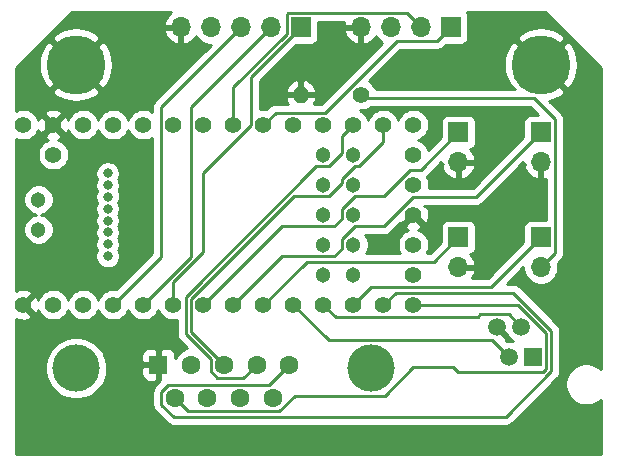
<source format=gbr>
%TF.GenerationSoftware,KiCad,Pcbnew,(5.1.9)-1*%
%TF.CreationDate,2021-03-17T20:38:14-07:00*%
%TF.ProjectId,head,68656164-2e6b-4696-9361-645f70636258,rev?*%
%TF.SameCoordinates,Original*%
%TF.FileFunction,Copper,L1,Top*%
%TF.FilePolarity,Positive*%
%FSLAX46Y46*%
G04 Gerber Fmt 4.6, Leading zero omitted, Abs format (unit mm)*
G04 Created by KiCad (PCBNEW (5.1.9)-1) date 2021-03-17 20:38:14*
%MOMM*%
%LPD*%
G01*
G04 APERTURE LIST*
%TA.AperFunction,ComponentPad*%
%ADD10C,5.000000*%
%TD*%
%TA.AperFunction,ComponentPad*%
%ADD11C,1.404000*%
%TD*%
%TA.AperFunction,ComponentPad*%
%ADD12C,1.304000*%
%TD*%
%TA.AperFunction,ComponentPad*%
%ADD13C,0.804000*%
%TD*%
%TA.AperFunction,ComponentPad*%
%ADD14C,1.500000*%
%TD*%
%TA.AperFunction,ComponentPad*%
%ADD15R,1.500000X1.500000*%
%TD*%
%TA.AperFunction,ComponentPad*%
%ADD16O,1.400000X1.400000*%
%TD*%
%TA.AperFunction,ComponentPad*%
%ADD17C,1.400000*%
%TD*%
%TA.AperFunction,ComponentPad*%
%ADD18O,1.700000X1.700000*%
%TD*%
%TA.AperFunction,ComponentPad*%
%ADD19R,1.700000X1.700000*%
%TD*%
%TA.AperFunction,ComponentPad*%
%ADD20C,4.000000*%
%TD*%
%TA.AperFunction,ComponentPad*%
%ADD21C,1.600000*%
%TD*%
%TA.AperFunction,ComponentPad*%
%ADD22R,1.600000X1.600000*%
%TD*%
%TA.AperFunction,Conductor*%
%ADD23C,0.250000*%
%TD*%
%TA.AperFunction,Conductor*%
%ADD24C,0.254000*%
%TD*%
%TA.AperFunction,Conductor*%
%ADD25C,0.100000*%
%TD*%
G04 APERTURE END LIST*
D10*
%TO.P,H2,1*%
%TO.N,GND*%
X120650000Y-54610000D03*
%TD*%
%TO.P,H1,1*%
%TO.N,GND*%
X81280000Y-54610000D03*
%TD*%
D11*
%TO.P,U1,13*%
%TO.N,PUMP*%
X107315000Y-74930000D03*
%TO.P,U1,33*%
%TO.N,Net-(U1-Pad33)*%
X76835000Y-59690000D03*
%TO.P,U1,34*%
%TO.N,Net-(U1-Pad34)*%
X79375000Y-62230000D03*
%TO.P,U1,32*%
%TO.N,GND*%
X79375000Y-59690000D03*
%TO.P,U1,31*%
%TO.N,+3V3*%
X81915000Y-59690000D03*
%TO.P,U1,30*%
%TO.N,Net-(U1-Pad30)*%
X84455000Y-59690000D03*
%TO.P,U1,29*%
%TO.N,Net-(U1-Pad29)*%
X86995000Y-59690000D03*
%TO.P,U1,28*%
%TO.N,Net-(U1-Pad28)*%
X89535000Y-59690000D03*
%TO.P,U1,27*%
%TO.N,Net-(U1-Pad27)*%
X92075000Y-59690000D03*
%TO.P,U1,26*%
%TO.N,DISPLAY_SCL*%
X94615000Y-59690000D03*
%TO.P,U1,25*%
%TO.N,DISPLAY_SDA*%
X97155000Y-59690000D03*
%TO.P,U1,24*%
%TO.N,Net-(U1-Pad24)*%
X99695000Y-59690000D03*
%TO.P,U1,23*%
%TO.N,Net-(U1-Pad23)*%
X102235000Y-59690000D03*
%TO.P,U1,22*%
%TO.N,GROUPHEAD_TEMP*%
X104775000Y-59690000D03*
%TO.P,U1,21*%
%TO.N,PUMP_TEMP*%
X107315000Y-59690000D03*
%TO.P,U1,20*%
%TO.N,Net-(U1-Pad20)*%
X109855000Y-59690000D03*
%TO.P,U1,19*%
%TO.N,Net-(U1-Pad19)*%
X109855000Y-62230000D03*
%TO.P,U1,18*%
%TO.N,Net-(U1-Pad18)*%
X109855000Y-64770000D03*
%TO.P,U1,17*%
%TO.N,GND*%
X109855000Y-67310000D03*
%TO.P,U1,16*%
%TO.N,Net-(U1-Pad16)*%
X109855000Y-69850000D03*
%TO.P,U1,15*%
%TO.N,Net-(U1-Pad15)*%
X109855000Y-72390000D03*
%TO.P,U1,14*%
%TO.N,HEATER_RELAY*%
X109855000Y-74930000D03*
%TO.P,U1,12*%
%TO.N,TEMP_OK*%
X104775000Y-74930000D03*
%TO.P,U1,11*%
%TO.N,HX711_SCK*%
X102235000Y-74930000D03*
%TO.P,U1,10*%
%TO.N,HX711_DT*%
X99695000Y-74930000D03*
%TO.P,U1,9*%
%TO.N,STATS_BUTTON*%
X97155000Y-74930000D03*
%TO.P,U1,8*%
%TO.N,BREW_BUTTON*%
X94615000Y-74930000D03*
%TO.P,U1,7*%
%TO.N,FLUSH_BUTTON*%
X92075000Y-74930000D03*
%TO.P,U1,6*%
%TO.N,ENCODER_CLOCK*%
X89535000Y-74930000D03*
%TO.P,U1,5*%
%TO.N,ENCODER_DATA*%
X86995000Y-74930000D03*
%TO.P,U1,4*%
%TO.N,ENCODER_BUTTON*%
X84455000Y-74930000D03*
%TO.P,U1,3*%
%TO.N,Net-(U1-Pad3)*%
X81915000Y-74930000D03*
D12*
%TO.P,U1,54*%
%TO.N,Net-(U1-Pad54)*%
X78105000Y-68580000D03*
%TO.P,U1,53*%
%TO.N,Net-(U1-Pad53)*%
X78105000Y-66040000D03*
D13*
%TO.P,U1,52*%
%TO.N,Net-(U1-Pad52)*%
X83973400Y-70810000D03*
%TO.P,U1,51*%
%TO.N,Net-(U1-Pad51)*%
X83973400Y-69810000D03*
%TO.P,U1,50*%
%TO.N,Net-(U1-Pad50)*%
X83973400Y-68810000D03*
%TO.P,U1,49*%
%TO.N,Net-(U1-Pad49)*%
X83973400Y-67810000D03*
%TO.P,U1,48*%
%TO.N,Net-(U1-Pad48)*%
X83973400Y-66810000D03*
%TO.P,U1,47*%
%TO.N,GND*%
X83973400Y-65810000D03*
%TO.P,U1,46*%
%TO.N,Net-(U1-Pad46)*%
X83973400Y-64810000D03*
%TO.P,U1,45*%
%TO.N,Net-(U1-Pad45)*%
X83973400Y-63810000D03*
D12*
%TO.P,U1,44*%
%TO.N,Net-(U1-Pad44)*%
X102235000Y-72390000D03*
%TO.P,U1,43*%
%TO.N,Net-(U1-Pad43)*%
X104775000Y-72390000D03*
%TO.P,U1,42*%
%TO.N,Net-(U1-Pad42)*%
X102235000Y-69850000D03*
%TO.P,U1,41*%
%TO.N,Net-(U1-Pad41)*%
X104775000Y-69850000D03*
%TO.P,U1,40*%
%TO.N,Net-(U1-Pad40)*%
X102235000Y-67310000D03*
%TO.P,U1,39*%
%TO.N,Net-(U1-Pad39)*%
X104775000Y-67310000D03*
%TO.P,U1,38*%
%TO.N,Net-(U1-Pad38)*%
X102235000Y-64770000D03*
%TO.P,U1,37*%
%TO.N,Net-(U1-Pad37)*%
X104775000Y-64770000D03*
%TO.P,U1,36*%
%TO.N,Net-(U1-Pad36)*%
X102235000Y-62230000D03*
%TO.P,U1,35*%
%TO.N,Net-(U1-Pad35)*%
X104775000Y-62230000D03*
D11*
%TO.P,U1,2*%
%TO.N,Net-(U1-Pad2)*%
X79375000Y-74930000D03*
%TO.P,U1,1*%
%TO.N,GND*%
X76835000Y-74930000D03*
%TD*%
D14*
%TO.P,J7,4*%
%TO.N,GND*%
X116955000Y-76835000D03*
%TO.P,J7,3*%
%TO.N,HX711_DT*%
X117975000Y-79375000D03*
%TO.P,J7,2*%
%TO.N,HX711_SCK*%
X118995000Y-76835000D03*
D15*
%TO.P,J7,1*%
%TO.N,+3V3*%
X120015000Y-79375000D03*
%TD*%
D16*
%TO.P,R1,2*%
%TO.N,GND*%
X100330000Y-57150000D03*
D17*
%TO.P,R1,1*%
%TO.N,Net-(J5-Pad2)*%
X105410000Y-57150000D03*
%TD*%
D18*
%TO.P,J6,4*%
%TO.N,GND*%
X105410000Y-51435000D03*
%TO.P,J6,3*%
%TO.N,+3V3*%
X107950000Y-51435000D03*
%TO.P,J6,2*%
%TO.N,DISPLAY_SCL*%
X110490000Y-51435000D03*
D19*
%TO.P,J6,1*%
%TO.N,DISPLAY_SDA*%
X113030000Y-51435000D03*
%TD*%
D18*
%TO.P,J8,5*%
%TO.N,GND*%
X90170000Y-51435000D03*
%TO.P,J8,4*%
%TO.N,+3V3*%
X92710000Y-51435000D03*
%TO.P,J8,3*%
%TO.N,ENCODER_BUTTON*%
X95250000Y-51435000D03*
%TO.P,J8,2*%
%TO.N,ENCODER_DATA*%
X97790000Y-51435000D03*
D19*
%TO.P,J8,1*%
%TO.N,ENCODER_CLOCK*%
X100330000Y-51435000D03*
%TD*%
D18*
%TO.P,J5,2*%
%TO.N,Net-(J5-Pad2)*%
X120650000Y-71755000D03*
D19*
%TO.P,J5,1*%
%TO.N,TEMP_OK*%
X120650000Y-69215000D03*
%TD*%
D18*
%TO.P,J4,2*%
%TO.N,GND*%
X120650000Y-62865000D03*
D19*
%TO.P,J4,1*%
%TO.N,BREW_BUTTON*%
X120650000Y-60325000D03*
%TD*%
D18*
%TO.P,J3,2*%
%TO.N,GND*%
X113665000Y-62865000D03*
D19*
%TO.P,J3,1*%
%TO.N,FLUSH_BUTTON*%
X113665000Y-60325000D03*
%TD*%
D18*
%TO.P,J2,2*%
%TO.N,GND*%
X113665000Y-71755000D03*
D19*
%TO.P,J2,1*%
%TO.N,STATS_BUTTON*%
X113665000Y-69215000D03*
%TD*%
D20*
%TO.P,J1,0*%
%TO.N,N/C*%
X106305000Y-80310000D03*
X81305000Y-80310000D03*
D21*
%TO.P,J1,9*%
%TO.N,Net-(J1-Pad9)*%
X97960000Y-82850000D03*
%TO.P,J1,8*%
%TO.N,Net-(J1-Pad8)*%
X95190000Y-82850000D03*
%TO.P,J1,7*%
%TO.N,Net-(J1-Pad7)*%
X92420000Y-82850000D03*
%TO.P,J1,6*%
%TO.N,HEATER_RELAY*%
X89650000Y-82850000D03*
%TO.P,J1,5*%
%TO.N,PUMP*%
X99345000Y-80010000D03*
%TO.P,J1,4*%
%TO.N,GROUPHEAD_TEMP*%
X96575000Y-80010000D03*
%TO.P,J1,3*%
%TO.N,PUMP_TEMP*%
X93805000Y-80010000D03*
%TO.P,J1,2*%
%TO.N,+3V3*%
X91035000Y-80010000D03*
D22*
%TO.P,J1,1*%
%TO.N,GND*%
X88265000Y-80010000D03*
%TD*%
D23*
%TO.N,HEATER_RELAY*%
X90775001Y-83975001D02*
X89650000Y-82850000D01*
X107421001Y-82635001D02*
X99840001Y-82635001D01*
X98500001Y-83975001D02*
X90775001Y-83975001D01*
X109856003Y-80199999D02*
X107421001Y-82635001D01*
X113193001Y-80199999D02*
X109856003Y-80199999D01*
X99840001Y-82635001D02*
X98500001Y-83975001D01*
X113638002Y-80645000D02*
X113193001Y-80199999D01*
X109855000Y-74930000D02*
X118681002Y-74930000D01*
X120830002Y-80645000D02*
X113638002Y-80645000D01*
X118681002Y-74930000D02*
X121090001Y-77338999D01*
X121090001Y-80385001D02*
X120830002Y-80645000D01*
X121090001Y-77338999D02*
X121090001Y-80385001D01*
%TO.N,PUMP*%
X89109999Y-81724999D02*
X97630001Y-81724999D01*
X88524999Y-83390001D02*
X88524999Y-82309999D01*
X117686402Y-84425010D02*
X89560008Y-84425010D01*
X121540010Y-80571402D02*
X117686402Y-84425010D01*
X121540011Y-77152599D02*
X121540010Y-80571402D01*
X88524999Y-82309999D02*
X89109999Y-81724999D01*
X118290411Y-73902999D02*
X121540011Y-77152599D01*
X97630001Y-81724999D02*
X99345000Y-80010000D01*
X89560008Y-84425010D02*
X88524999Y-83390001D01*
X108342001Y-73902999D02*
X118290411Y-73902999D01*
X107315000Y-74930000D02*
X108342001Y-73902999D01*
%TO.N,GROUPHEAD_TEMP*%
X103797999Y-60667001D02*
X104775000Y-59690000D01*
X102703961Y-63207001D02*
X103797999Y-62112963D01*
X101641627Y-63207001D02*
X102703961Y-63207001D01*
X90597989Y-77439399D02*
X90597990Y-74250638D01*
X92679999Y-79521409D02*
X90597989Y-77439399D01*
X93264999Y-81135001D02*
X92679999Y-80550001D01*
X103797999Y-62112963D02*
X103797999Y-60667001D01*
X90597990Y-74250638D02*
X101641627Y-63207001D01*
X92679999Y-80550001D02*
X92679999Y-79521409D01*
X95449999Y-81135001D02*
X93264999Y-81135001D01*
X96575000Y-80010000D02*
X95449999Y-81135001D01*
%TO.N,PUMP_TEMP*%
X107315000Y-61135962D02*
X107315000Y-59690000D01*
X104892037Y-63207001D02*
X105243961Y-63207001D01*
X103797999Y-64301039D02*
X104892037Y-63207001D01*
X103797999Y-64652963D02*
X103797999Y-64301039D01*
X102703961Y-65747001D02*
X103797999Y-64652963D01*
X99738037Y-65747001D02*
X102703961Y-65747001D01*
X91047999Y-74437039D02*
X99738037Y-65747001D01*
X91047999Y-77252999D02*
X91047999Y-74437039D01*
X105243961Y-63207001D02*
X107315000Y-61135962D01*
X93805000Y-80010000D02*
X91047999Y-77252999D01*
%TO.N,STATS_BUTTON*%
X111602989Y-71277011D02*
X113665000Y-69215000D01*
X100807989Y-71277011D02*
X111602989Y-71277011D01*
X97155000Y-74930000D02*
X100807989Y-71277011D01*
%TO.N,FLUSH_BUTTON*%
X110490000Y-63500000D02*
X113665000Y-60325000D01*
X104892037Y-65747001D02*
X107358037Y-65747001D01*
X103797999Y-66841039D02*
X104892037Y-65747001D01*
X103797999Y-67652001D02*
X103797999Y-66841039D01*
X109605038Y-63500000D02*
X110490000Y-63500000D01*
X107358037Y-65747001D02*
X109605038Y-63500000D01*
X103162999Y-68287001D02*
X103797999Y-67652001D01*
X98717999Y-68287001D02*
X103162999Y-68287001D01*
X92075000Y-74930000D02*
X98717999Y-68287001D01*
%TO.N,BREW_BUTTON*%
X109848037Y-65797001D02*
X115177999Y-65797001D01*
X107358037Y-68287001D02*
X109848037Y-65797001D01*
X104892037Y-68287001D02*
X107358037Y-68287001D01*
X103797999Y-69381039D02*
X104892037Y-68287001D01*
X115177999Y-65797001D02*
X120650000Y-60325000D01*
X103797999Y-70192001D02*
X103797999Y-69381039D01*
X103162999Y-70827001D02*
X103797999Y-70192001D01*
X98717999Y-70827001D02*
X103162999Y-70827001D01*
X94615000Y-74930000D02*
X98717999Y-70827001D01*
%TO.N,Net-(J5-Pad2)*%
X121825001Y-70579999D02*
X120650000Y-71755000D01*
X121825001Y-59214999D02*
X121825001Y-70579999D01*
X120045003Y-57435001D02*
X121825001Y-59214999D01*
X105695001Y-57435001D02*
X120045003Y-57435001D01*
X105410000Y-57150000D02*
X105695001Y-57435001D01*
%TO.N,TEMP_OK*%
X116447999Y-73417001D02*
X120650000Y-69215000D01*
X106287999Y-73417001D02*
X116447999Y-73417001D01*
X104775000Y-74930000D02*
X106287999Y-73417001D01*
%TO.N,ENCODER_BUTTON*%
X88507999Y-58177001D02*
X95250000Y-51435000D01*
X88507999Y-70877001D02*
X88507999Y-58177001D01*
X84455000Y-74930000D02*
X88507999Y-70877001D01*
%TO.N,ENCODER_DATA*%
X91047999Y-58177001D02*
X97790000Y-51435000D01*
X91047999Y-70877001D02*
X91047999Y-58177001D01*
X86995000Y-74930000D02*
X91047999Y-70877001D01*
%TO.N,ENCODER_CLOCK*%
X96127999Y-55637001D02*
X100330000Y-51435000D01*
X89535000Y-73026410D02*
X92075000Y-70486410D01*
X96127999Y-59696963D02*
X96127999Y-55637001D01*
X92075000Y-63749962D02*
X96127999Y-59696963D01*
X92075000Y-70486410D02*
X92075000Y-63749962D01*
X89535000Y-74930000D02*
X89535000Y-73026410D01*
%TO.N,DISPLAY_SCL*%
X99219999Y-50259999D02*
X109314999Y-50259999D01*
X109314999Y-50259999D02*
X110490000Y-51435000D01*
X99154999Y-50324999D02*
X99219999Y-50259999D01*
X99154999Y-51973591D02*
X99154999Y-50324999D01*
X94615000Y-56513590D02*
X99154999Y-51973591D01*
X94615000Y-59690000D02*
X94615000Y-56513590D01*
%TO.N,DISPLAY_SDA*%
X111854999Y-52610001D02*
X113030000Y-51435000D01*
X108432997Y-52610001D02*
X111854999Y-52610001D01*
X102379999Y-58662999D02*
X108432997Y-52610001D01*
X98182001Y-58662999D02*
X102379999Y-58662999D01*
X97155000Y-59690000D02*
X98182001Y-58662999D01*
%TO.N,HX711_DT*%
X116510001Y-77910001D02*
X117975000Y-79375000D01*
X102675001Y-77910001D02*
X116510001Y-77910001D01*
X99695000Y-74930000D02*
X102675001Y-77910001D01*
%TO.N,HX711_SCK*%
X115327001Y-75957001D02*
X115524003Y-75759999D01*
X115524003Y-75759999D02*
X117919999Y-75759999D01*
X103262001Y-75957001D02*
X115327001Y-75957001D01*
X117919999Y-75759999D02*
X118995000Y-76835000D01*
X102235000Y-74930000D02*
X103262001Y-75957001D01*
%TD*%
D24*
%TO.N,GND*%
X89169731Y-50337412D02*
X88974822Y-50553645D01*
X88825843Y-50803748D01*
X88728519Y-51078109D01*
X88849186Y-51308000D01*
X90043000Y-51308000D01*
X90043000Y-51288000D01*
X90297000Y-51288000D01*
X90297000Y-51308000D01*
X90317000Y-51308000D01*
X90317000Y-51562000D01*
X90297000Y-51562000D01*
X90297000Y-52755155D01*
X90526890Y-52876476D01*
X90674099Y-52831825D01*
X90936920Y-52706641D01*
X91170269Y-52532588D01*
X91365178Y-52316355D01*
X91434805Y-52199466D01*
X91556525Y-52381632D01*
X91763368Y-52588475D01*
X92006589Y-52750990D01*
X92276842Y-52862932D01*
X92563740Y-52920000D01*
X92690198Y-52920000D01*
X87996997Y-57613202D01*
X87967999Y-57637000D01*
X87944201Y-57665998D01*
X87944200Y-57665999D01*
X87873025Y-57752725D01*
X87802453Y-57884755D01*
X87758997Y-58028016D01*
X87744323Y-58177001D01*
X87748000Y-58214333D01*
X87748000Y-58585142D01*
X87628307Y-58505166D01*
X87384988Y-58404380D01*
X87126683Y-58353000D01*
X86863317Y-58353000D01*
X86605012Y-58404380D01*
X86361693Y-58505166D01*
X86142712Y-58651484D01*
X85956484Y-58837712D01*
X85810166Y-59056693D01*
X85725000Y-59262302D01*
X85639834Y-59056693D01*
X85493516Y-58837712D01*
X85307288Y-58651484D01*
X85088307Y-58505166D01*
X84844988Y-58404380D01*
X84586683Y-58353000D01*
X84323317Y-58353000D01*
X84065012Y-58404380D01*
X83821693Y-58505166D01*
X83602712Y-58651484D01*
X83416484Y-58837712D01*
X83270166Y-59056693D01*
X83185000Y-59262302D01*
X83099834Y-59056693D01*
X82953516Y-58837712D01*
X82767288Y-58651484D01*
X82548307Y-58505166D01*
X82304988Y-58404380D01*
X82046683Y-58353000D01*
X81783317Y-58353000D01*
X81525012Y-58404380D01*
X81281693Y-58505166D01*
X81062712Y-58651484D01*
X80876484Y-58837712D01*
X80730166Y-59056693D01*
X80643494Y-59265938D01*
X80585831Y-59107933D01*
X80531671Y-59006610D01*
X80297698Y-58946907D01*
X79554605Y-59690000D01*
X80297698Y-60433093D01*
X80531671Y-60373390D01*
X80642769Y-60134603D01*
X80646190Y-60120571D01*
X80730166Y-60323307D01*
X80876484Y-60542288D01*
X81062712Y-60728516D01*
X81281693Y-60874834D01*
X81525012Y-60975620D01*
X81783317Y-61027000D01*
X82046683Y-61027000D01*
X82304988Y-60975620D01*
X82548307Y-60874834D01*
X82767288Y-60728516D01*
X82953516Y-60542288D01*
X83099834Y-60323307D01*
X83185000Y-60117698D01*
X83270166Y-60323307D01*
X83416484Y-60542288D01*
X83602712Y-60728516D01*
X83821693Y-60874834D01*
X84065012Y-60975620D01*
X84323317Y-61027000D01*
X84586683Y-61027000D01*
X84844988Y-60975620D01*
X85088307Y-60874834D01*
X85307288Y-60728516D01*
X85493516Y-60542288D01*
X85639834Y-60323307D01*
X85725000Y-60117698D01*
X85810166Y-60323307D01*
X85956484Y-60542288D01*
X86142712Y-60728516D01*
X86361693Y-60874834D01*
X86605012Y-60975620D01*
X86863317Y-61027000D01*
X87126683Y-61027000D01*
X87384988Y-60975620D01*
X87628307Y-60874834D01*
X87748000Y-60794858D01*
X87747999Y-70562199D01*
X84695545Y-73614654D01*
X84586683Y-73593000D01*
X84323317Y-73593000D01*
X84065012Y-73644380D01*
X83821693Y-73745166D01*
X83602712Y-73891484D01*
X83416484Y-74077712D01*
X83270166Y-74296693D01*
X83185000Y-74502302D01*
X83099834Y-74296693D01*
X82953516Y-74077712D01*
X82767288Y-73891484D01*
X82548307Y-73745166D01*
X82304988Y-73644380D01*
X82046683Y-73593000D01*
X81783317Y-73593000D01*
X81525012Y-73644380D01*
X81281693Y-73745166D01*
X81062712Y-73891484D01*
X80876484Y-74077712D01*
X80730166Y-74296693D01*
X80645000Y-74502302D01*
X80559834Y-74296693D01*
X80413516Y-74077712D01*
X80227288Y-73891484D01*
X80008307Y-73745166D01*
X79764988Y-73644380D01*
X79506683Y-73593000D01*
X79243317Y-73593000D01*
X78985012Y-73644380D01*
X78741693Y-73745166D01*
X78522712Y-73891484D01*
X78336484Y-74077712D01*
X78190166Y-74296693D01*
X78103494Y-74505938D01*
X78045831Y-74347933D01*
X77991671Y-74246610D01*
X77757698Y-74186907D01*
X77014605Y-74930000D01*
X77757698Y-75673093D01*
X77991671Y-75613390D01*
X78102769Y-75374603D01*
X78106190Y-75360571D01*
X78190166Y-75563307D01*
X78336484Y-75782288D01*
X78522712Y-75968516D01*
X78741693Y-76114834D01*
X78985012Y-76215620D01*
X79243317Y-76267000D01*
X79506683Y-76267000D01*
X79764988Y-76215620D01*
X80008307Y-76114834D01*
X80227288Y-75968516D01*
X80413516Y-75782288D01*
X80559834Y-75563307D01*
X80645000Y-75357698D01*
X80730166Y-75563307D01*
X80876484Y-75782288D01*
X81062712Y-75968516D01*
X81281693Y-76114834D01*
X81525012Y-76215620D01*
X81783317Y-76267000D01*
X82046683Y-76267000D01*
X82304988Y-76215620D01*
X82548307Y-76114834D01*
X82767288Y-75968516D01*
X82953516Y-75782288D01*
X83099834Y-75563307D01*
X83185000Y-75357698D01*
X83270166Y-75563307D01*
X83416484Y-75782288D01*
X83602712Y-75968516D01*
X83821693Y-76114834D01*
X84065012Y-76215620D01*
X84323317Y-76267000D01*
X84586683Y-76267000D01*
X84844988Y-76215620D01*
X85088307Y-76114834D01*
X85307288Y-75968516D01*
X85493516Y-75782288D01*
X85639834Y-75563307D01*
X85725000Y-75357698D01*
X85810166Y-75563307D01*
X85956484Y-75782288D01*
X86142712Y-75968516D01*
X86361693Y-76114834D01*
X86605012Y-76215620D01*
X86863317Y-76267000D01*
X87126683Y-76267000D01*
X87384988Y-76215620D01*
X87628307Y-76114834D01*
X87847288Y-75968516D01*
X88033516Y-75782288D01*
X88179834Y-75563307D01*
X88265000Y-75357698D01*
X88350166Y-75563307D01*
X88496484Y-75782288D01*
X88682712Y-75968516D01*
X88901693Y-76114834D01*
X89145012Y-76215620D01*
X89403317Y-76267000D01*
X89666683Y-76267000D01*
X89837990Y-76232925D01*
X89837989Y-77402076D01*
X89834313Y-77439399D01*
X89837989Y-77476721D01*
X89837989Y-77476731D01*
X89848986Y-77588384D01*
X89880599Y-77692599D01*
X89892443Y-77731645D01*
X89963015Y-77863675D01*
X90031657Y-77947315D01*
X90057988Y-77979399D01*
X90086986Y-78003197D01*
X90697758Y-78613969D01*
X90616426Y-78630147D01*
X90355273Y-78738320D01*
X90120241Y-78895363D01*
X89920363Y-79095241D01*
X89763320Y-79330273D01*
X89701461Y-79479613D01*
X89703072Y-79210000D01*
X89690812Y-79085518D01*
X89654502Y-78965820D01*
X89595537Y-78855506D01*
X89516185Y-78758815D01*
X89419494Y-78679463D01*
X89309180Y-78620498D01*
X89189482Y-78584188D01*
X89065000Y-78571928D01*
X88550750Y-78575000D01*
X88392000Y-78733750D01*
X88392000Y-79883000D01*
X88412000Y-79883000D01*
X88412000Y-80137000D01*
X88392000Y-80137000D01*
X88392000Y-81286250D01*
X88432973Y-81327223D01*
X88013997Y-81746200D01*
X87984999Y-81769998D01*
X87961201Y-81798996D01*
X87961200Y-81798997D01*
X87890025Y-81885723D01*
X87819453Y-82017753D01*
X87803240Y-82071202D01*
X87779558Y-82149276D01*
X87775997Y-82161014D01*
X87761323Y-82309999D01*
X87765000Y-82347331D01*
X87764999Y-83352678D01*
X87761323Y-83390001D01*
X87764999Y-83427323D01*
X87764999Y-83427333D01*
X87775996Y-83538986D01*
X87814224Y-83665010D01*
X87819453Y-83682247D01*
X87890025Y-83814277D01*
X87929870Y-83862827D01*
X87984998Y-83930002D01*
X88014001Y-83953805D01*
X88996209Y-84936013D01*
X89020007Y-84965011D01*
X89135732Y-85059984D01*
X89267761Y-85130556D01*
X89411022Y-85174013D01*
X89522675Y-85185010D01*
X89522683Y-85185010D01*
X89560008Y-85188686D01*
X89597333Y-85185010D01*
X117649080Y-85185010D01*
X117686402Y-85188686D01*
X117723724Y-85185010D01*
X117723735Y-85185010D01*
X117835388Y-85174013D01*
X117978649Y-85130556D01*
X118110678Y-85059984D01*
X118226403Y-84965011D01*
X118250206Y-84936007D01*
X122051017Y-81135197D01*
X122080010Y-81111403D01*
X122103804Y-81082410D01*
X122103809Y-81082405D01*
X122174984Y-80995678D01*
X122245556Y-80863649D01*
X122289013Y-80720388D01*
X122303686Y-80571402D01*
X122300009Y-80534067D01*
X122300011Y-77189921D01*
X122303687Y-77152598D01*
X122300011Y-77115275D01*
X122300011Y-77115267D01*
X122289014Y-77003614D01*
X122245557Y-76860353D01*
X122174985Y-76728324D01*
X122174984Y-76728322D01*
X122103810Y-76641595D01*
X122103801Y-76641586D01*
X122080012Y-76612599D01*
X122051025Y-76588810D01*
X118854215Y-73392002D01*
X118830412Y-73362998D01*
X118714687Y-73268025D01*
X118582658Y-73197453D01*
X118439397Y-73153996D01*
X118327744Y-73142999D01*
X118327733Y-73142999D01*
X118290411Y-73139323D01*
X118253089Y-73142999D01*
X117796802Y-73142999D01*
X119165000Y-71774802D01*
X119165000Y-71901260D01*
X119222068Y-72188158D01*
X119334010Y-72458411D01*
X119496525Y-72701632D01*
X119703368Y-72908475D01*
X119946589Y-73070990D01*
X120216842Y-73182932D01*
X120503740Y-73240000D01*
X120796260Y-73240000D01*
X121083158Y-73182932D01*
X121353411Y-73070990D01*
X121596632Y-72908475D01*
X121803475Y-72701632D01*
X121965990Y-72458411D01*
X122077932Y-72188158D01*
X122135000Y-71901260D01*
X122135000Y-71608740D01*
X122091210Y-71388592D01*
X122336004Y-71143798D01*
X122365002Y-71120000D01*
X122459975Y-71004275D01*
X122530547Y-70872246D01*
X122574004Y-70728985D01*
X122585001Y-70617332D01*
X122585001Y-70617323D01*
X122588677Y-70580000D01*
X122585001Y-70542677D01*
X122585001Y-59252321D01*
X122588677Y-59214998D01*
X122585001Y-59177675D01*
X122585001Y-59177666D01*
X122574004Y-59066013D01*
X122530547Y-58922752D01*
X122459975Y-58790723D01*
X122365002Y-58674998D01*
X122336005Y-58651201D01*
X121356725Y-57671922D01*
X121858592Y-57519103D01*
X122397373Y-57231118D01*
X122673543Y-56813148D01*
X120650000Y-54789605D01*
X120635858Y-54803748D01*
X120456253Y-54624143D01*
X120470395Y-54610000D01*
X120829605Y-54610000D01*
X122853148Y-56633543D01*
X123271118Y-56357373D01*
X123561649Y-55812443D01*
X123740287Y-55221304D01*
X123800168Y-54606672D01*
X123738990Y-53992169D01*
X123559103Y-53401408D01*
X123271118Y-52862627D01*
X122853148Y-52586457D01*
X120829605Y-54610000D01*
X120470395Y-54610000D01*
X118446852Y-52586457D01*
X118028882Y-52862627D01*
X117738351Y-53407557D01*
X117559713Y-53998696D01*
X117499832Y-54613328D01*
X117561010Y-55227831D01*
X117740897Y-55818592D01*
X118028882Y-56357373D01*
X118446850Y-56633542D01*
X118405391Y-56675001D01*
X106658242Y-56675001D01*
X106593061Y-56517641D01*
X106446962Y-56298987D01*
X106261013Y-56113038D01*
X106107401Y-56010398D01*
X108747799Y-53370001D01*
X111817677Y-53370001D01*
X111854999Y-53373677D01*
X111892321Y-53370001D01*
X111892332Y-53370001D01*
X112003985Y-53359004D01*
X112147246Y-53315547D01*
X112279275Y-53244975D01*
X112395000Y-53150002D01*
X112418803Y-53120998D01*
X112616729Y-52923072D01*
X113880000Y-52923072D01*
X114004482Y-52910812D01*
X114124180Y-52874502D01*
X114234494Y-52815537D01*
X114331185Y-52736185D01*
X114410537Y-52639494D01*
X114469502Y-52529180D01*
X114505812Y-52409482D01*
X114506071Y-52406852D01*
X118626457Y-52406852D01*
X120650000Y-54430395D01*
X122673543Y-52406852D01*
X122397373Y-51988882D01*
X121852443Y-51698351D01*
X121261304Y-51519713D01*
X120646672Y-51459832D01*
X120032169Y-51521010D01*
X119441408Y-51700897D01*
X118902627Y-51988882D01*
X118626457Y-52406852D01*
X114506071Y-52406852D01*
X114518072Y-52285000D01*
X114518072Y-50585000D01*
X114505812Y-50460518D01*
X114469502Y-50340820D01*
X114410537Y-50230506D01*
X114377295Y-50190000D01*
X121011620Y-50190000D01*
X125705000Y-54883381D01*
X125705001Y-80370630D01*
X125622871Y-80288500D01*
X125330515Y-80093153D01*
X125005665Y-79958596D01*
X124660807Y-79890000D01*
X124309193Y-79890000D01*
X123964335Y-79958596D01*
X123639485Y-80093153D01*
X123347129Y-80288500D01*
X123098500Y-80537129D01*
X122903153Y-80829485D01*
X122768596Y-81154335D01*
X122700000Y-81499193D01*
X122700000Y-81850807D01*
X122768596Y-82195665D01*
X122903153Y-82520515D01*
X123098500Y-82812871D01*
X123347129Y-83061500D01*
X123639485Y-83256847D01*
X123964335Y-83391404D01*
X124309193Y-83460000D01*
X124660807Y-83460000D01*
X125005665Y-83391404D01*
X125330515Y-83256847D01*
X125622871Y-83061500D01*
X125705001Y-82979370D01*
X125705001Y-87605000D01*
X76225000Y-87605000D01*
X76225000Y-80050475D01*
X78670000Y-80050475D01*
X78670000Y-80569525D01*
X78771261Y-81078601D01*
X78969893Y-81558141D01*
X79258262Y-81989715D01*
X79625285Y-82356738D01*
X80056859Y-82645107D01*
X80536399Y-82843739D01*
X81045475Y-82945000D01*
X81564525Y-82945000D01*
X82073601Y-82843739D01*
X82553141Y-82645107D01*
X82984715Y-82356738D01*
X83351738Y-81989715D01*
X83640107Y-81558141D01*
X83838739Y-81078601D01*
X83892166Y-80810000D01*
X86826928Y-80810000D01*
X86839188Y-80934482D01*
X86875498Y-81054180D01*
X86934463Y-81164494D01*
X87013815Y-81261185D01*
X87110506Y-81340537D01*
X87220820Y-81399502D01*
X87340518Y-81435812D01*
X87465000Y-81448072D01*
X87979250Y-81445000D01*
X88138000Y-81286250D01*
X88138000Y-80137000D01*
X86988750Y-80137000D01*
X86830000Y-80295750D01*
X86826928Y-80810000D01*
X83892166Y-80810000D01*
X83940000Y-80569525D01*
X83940000Y-80050475D01*
X83838739Y-79541399D01*
X83701470Y-79210000D01*
X86826928Y-79210000D01*
X86830000Y-79724250D01*
X86988750Y-79883000D01*
X88138000Y-79883000D01*
X88138000Y-78733750D01*
X87979250Y-78575000D01*
X87465000Y-78571928D01*
X87340518Y-78584188D01*
X87220820Y-78620498D01*
X87110506Y-78679463D01*
X87013815Y-78758815D01*
X86934463Y-78855506D01*
X86875498Y-78965820D01*
X86839188Y-79085518D01*
X86826928Y-79210000D01*
X83701470Y-79210000D01*
X83640107Y-79061859D01*
X83351738Y-78630285D01*
X82984715Y-78263262D01*
X82553141Y-77974893D01*
X82073601Y-77776261D01*
X81564525Y-77675000D01*
X81045475Y-77675000D01*
X80536399Y-77776261D01*
X80056859Y-77974893D01*
X79625285Y-78263262D01*
X79258262Y-78630285D01*
X78969893Y-79061859D01*
X78771261Y-79541399D01*
X78670000Y-80050475D01*
X76225000Y-80050475D01*
X76225000Y-76120816D01*
X76390397Y-76197769D01*
X76646269Y-76260147D01*
X76909395Y-76271408D01*
X77169661Y-76231120D01*
X77417067Y-76140831D01*
X77518390Y-76086671D01*
X77578093Y-75852698D01*
X76835000Y-75109605D01*
X76820858Y-75123748D01*
X76641253Y-74944143D01*
X76655395Y-74930000D01*
X76641253Y-74915858D01*
X76820858Y-74736253D01*
X76835000Y-74750395D01*
X77578093Y-74007302D01*
X77518390Y-73773329D01*
X77279603Y-73662231D01*
X77023731Y-73599853D01*
X76760605Y-73588592D01*
X76500339Y-73628880D01*
X76252933Y-73719169D01*
X76225000Y-73734100D01*
X76225000Y-65913242D01*
X76818000Y-65913242D01*
X76818000Y-66166758D01*
X76867459Y-66415404D01*
X76964476Y-66649623D01*
X77105322Y-66860415D01*
X77284585Y-67039678D01*
X77495377Y-67180524D01*
X77729596Y-67277541D01*
X77892778Y-67310000D01*
X77729596Y-67342459D01*
X77495377Y-67439476D01*
X77284585Y-67580322D01*
X77105322Y-67759585D01*
X76964476Y-67970377D01*
X76867459Y-68204596D01*
X76818000Y-68453242D01*
X76818000Y-68706758D01*
X76867459Y-68955404D01*
X76964476Y-69189623D01*
X77105322Y-69400415D01*
X77284585Y-69579678D01*
X77495377Y-69720524D01*
X77729596Y-69817541D01*
X77978242Y-69867000D01*
X78231758Y-69867000D01*
X78480404Y-69817541D01*
X78714623Y-69720524D01*
X78925415Y-69579678D01*
X79104678Y-69400415D01*
X79245524Y-69189623D01*
X79342541Y-68955404D01*
X79392000Y-68706758D01*
X79392000Y-68453242D01*
X79342541Y-68204596D01*
X79245524Y-67970377D01*
X79104678Y-67759585D01*
X78925415Y-67580322D01*
X78714623Y-67439476D01*
X78480404Y-67342459D01*
X78317222Y-67310000D01*
X78480404Y-67277541D01*
X78714623Y-67180524D01*
X78925415Y-67039678D01*
X79104678Y-66860415D01*
X79245524Y-66649623D01*
X79342541Y-66415404D01*
X79392000Y-66166758D01*
X79392000Y-65913242D01*
X79388630Y-65896297D01*
X82934962Y-65896297D01*
X82971751Y-66097228D01*
X83047033Y-66287121D01*
X83059723Y-66310862D01*
X83054422Y-66318796D01*
X82976251Y-66507518D01*
X82936400Y-66707864D01*
X82936400Y-66912136D01*
X82976251Y-67112482D01*
X83054422Y-67301204D01*
X83060299Y-67310000D01*
X83054422Y-67318796D01*
X82976251Y-67507518D01*
X82936400Y-67707864D01*
X82936400Y-67912136D01*
X82976251Y-68112482D01*
X83054422Y-68301204D01*
X83060299Y-68310000D01*
X83054422Y-68318796D01*
X82976251Y-68507518D01*
X82936400Y-68707864D01*
X82936400Y-68912136D01*
X82976251Y-69112482D01*
X83054422Y-69301204D01*
X83060299Y-69310000D01*
X83054422Y-69318796D01*
X82976251Y-69507518D01*
X82936400Y-69707864D01*
X82936400Y-69912136D01*
X82976251Y-70112482D01*
X83054422Y-70301204D01*
X83060299Y-70310000D01*
X83054422Y-70318796D01*
X82976251Y-70507518D01*
X82936400Y-70707864D01*
X82936400Y-70912136D01*
X82976251Y-71112482D01*
X83054422Y-71301204D01*
X83167909Y-71471049D01*
X83312351Y-71615491D01*
X83482196Y-71728978D01*
X83670918Y-71807149D01*
X83871264Y-71847000D01*
X84075536Y-71847000D01*
X84275882Y-71807149D01*
X84464604Y-71728978D01*
X84634449Y-71615491D01*
X84778891Y-71471049D01*
X84892378Y-71301204D01*
X84970549Y-71112482D01*
X85010400Y-70912136D01*
X85010400Y-70707864D01*
X84970549Y-70507518D01*
X84892378Y-70318796D01*
X84886501Y-70310000D01*
X84892378Y-70301204D01*
X84970549Y-70112482D01*
X85010400Y-69912136D01*
X85010400Y-69707864D01*
X84970549Y-69507518D01*
X84892378Y-69318796D01*
X84886501Y-69310000D01*
X84892378Y-69301204D01*
X84970549Y-69112482D01*
X85010400Y-68912136D01*
X85010400Y-68707864D01*
X84970549Y-68507518D01*
X84892378Y-68318796D01*
X84886501Y-68310000D01*
X84892378Y-68301204D01*
X84970549Y-68112482D01*
X85010400Y-67912136D01*
X85010400Y-67707864D01*
X84970549Y-67507518D01*
X84892378Y-67318796D01*
X84886501Y-67310000D01*
X84892378Y-67301204D01*
X84970549Y-67112482D01*
X85010400Y-66912136D01*
X85010400Y-66707864D01*
X84970549Y-66507518D01*
X84892378Y-66318796D01*
X84886809Y-66310462D01*
X84965817Y-66127664D01*
X85008720Y-65927950D01*
X85011838Y-65723703D01*
X84975049Y-65522772D01*
X84899767Y-65332879D01*
X84887077Y-65309138D01*
X84892378Y-65301204D01*
X84970549Y-65112482D01*
X85010400Y-64912136D01*
X85010400Y-64707864D01*
X84970549Y-64507518D01*
X84892378Y-64318796D01*
X84886501Y-64310000D01*
X84892378Y-64301204D01*
X84970549Y-64112482D01*
X85010400Y-63912136D01*
X85010400Y-63707864D01*
X84970549Y-63507518D01*
X84892378Y-63318796D01*
X84778891Y-63148951D01*
X84634449Y-63004509D01*
X84464604Y-62891022D01*
X84275882Y-62812851D01*
X84075536Y-62773000D01*
X83871264Y-62773000D01*
X83670918Y-62812851D01*
X83482196Y-62891022D01*
X83312351Y-63004509D01*
X83167909Y-63148951D01*
X83054422Y-63318796D01*
X82976251Y-63507518D01*
X82936400Y-63707864D01*
X82936400Y-63912136D01*
X82976251Y-64112482D01*
X83054422Y-64301204D01*
X83060299Y-64310000D01*
X83054422Y-64318796D01*
X82976251Y-64507518D01*
X82936400Y-64707864D01*
X82936400Y-64912136D01*
X82976251Y-65112482D01*
X83054422Y-65301204D01*
X83059991Y-65309538D01*
X82980983Y-65492336D01*
X82938080Y-65692050D01*
X82934962Y-65896297D01*
X79388630Y-65896297D01*
X79342541Y-65664596D01*
X79245524Y-65430377D01*
X79104678Y-65219585D01*
X78925415Y-65040322D01*
X78714623Y-64899476D01*
X78480404Y-64802459D01*
X78231758Y-64753000D01*
X77978242Y-64753000D01*
X77729596Y-64802459D01*
X77495377Y-64899476D01*
X77284585Y-65040322D01*
X77105322Y-65219585D01*
X76964476Y-65430377D01*
X76867459Y-65664596D01*
X76818000Y-65913242D01*
X76225000Y-65913242D01*
X76225000Y-62098317D01*
X78038000Y-62098317D01*
X78038000Y-62361683D01*
X78089380Y-62619988D01*
X78190166Y-62863307D01*
X78336484Y-63082288D01*
X78522712Y-63268516D01*
X78741693Y-63414834D01*
X78985012Y-63515620D01*
X79243317Y-63567000D01*
X79506683Y-63567000D01*
X79764988Y-63515620D01*
X80008307Y-63414834D01*
X80227288Y-63268516D01*
X80413516Y-63082288D01*
X80559834Y-62863307D01*
X80660620Y-62619988D01*
X80712000Y-62361683D01*
X80712000Y-62098317D01*
X80660620Y-61840012D01*
X80559834Y-61596693D01*
X80413516Y-61377712D01*
X80227288Y-61191484D01*
X80008307Y-61045166D01*
X79799062Y-60958494D01*
X79957067Y-60900831D01*
X80058390Y-60846671D01*
X80118093Y-60612698D01*
X79375000Y-59869605D01*
X78631907Y-60612698D01*
X78691610Y-60846671D01*
X78930397Y-60957769D01*
X78944429Y-60961190D01*
X78741693Y-61045166D01*
X78522712Y-61191484D01*
X78336484Y-61377712D01*
X78190166Y-61596693D01*
X78089380Y-61840012D01*
X78038000Y-62098317D01*
X76225000Y-62098317D01*
X76225000Y-60884488D01*
X76445012Y-60975620D01*
X76703317Y-61027000D01*
X76966683Y-61027000D01*
X77224988Y-60975620D01*
X77468307Y-60874834D01*
X77687288Y-60728516D01*
X77873516Y-60542288D01*
X78019834Y-60323307D01*
X78106506Y-60114062D01*
X78164169Y-60272067D01*
X78218329Y-60373390D01*
X78452302Y-60433093D01*
X79195395Y-59690000D01*
X78452302Y-58946907D01*
X78218329Y-59006610D01*
X78107231Y-59245397D01*
X78103810Y-59259429D01*
X78019834Y-59056693D01*
X77873516Y-58837712D01*
X77803106Y-58767302D01*
X78631907Y-58767302D01*
X79375000Y-59510395D01*
X80118093Y-58767302D01*
X80058390Y-58533329D01*
X79819603Y-58422231D01*
X79563731Y-58359853D01*
X79300605Y-58348592D01*
X79040339Y-58388880D01*
X78792933Y-58479169D01*
X78691610Y-58533329D01*
X78631907Y-58767302D01*
X77803106Y-58767302D01*
X77687288Y-58651484D01*
X77468307Y-58505166D01*
X77224988Y-58404380D01*
X76966683Y-58353000D01*
X76703317Y-58353000D01*
X76445012Y-58404380D01*
X76225000Y-58495512D01*
X76225000Y-56813148D01*
X79256457Y-56813148D01*
X79532627Y-57231118D01*
X80077557Y-57521649D01*
X80668696Y-57700287D01*
X81283328Y-57760168D01*
X81897831Y-57698990D01*
X82488592Y-57519103D01*
X83027373Y-57231118D01*
X83303543Y-56813148D01*
X81280000Y-54789605D01*
X79256457Y-56813148D01*
X76225000Y-56813148D01*
X76225000Y-54883380D01*
X76495052Y-54613328D01*
X78129832Y-54613328D01*
X78191010Y-55227831D01*
X78370897Y-55818592D01*
X78658882Y-56357373D01*
X79076852Y-56633543D01*
X81100395Y-54610000D01*
X81459605Y-54610000D01*
X83483148Y-56633543D01*
X83901118Y-56357373D01*
X84191649Y-55812443D01*
X84370287Y-55221304D01*
X84430168Y-54606672D01*
X84368990Y-53992169D01*
X84189103Y-53401408D01*
X83901118Y-52862627D01*
X83483148Y-52586457D01*
X81459605Y-54610000D01*
X81100395Y-54610000D01*
X79076852Y-52586457D01*
X78658882Y-52862627D01*
X78368351Y-53407557D01*
X78189713Y-53998696D01*
X78129832Y-54613328D01*
X76495052Y-54613328D01*
X78701528Y-52406852D01*
X79256457Y-52406852D01*
X81280000Y-54430395D01*
X83303543Y-52406852D01*
X83027373Y-51988882D01*
X82657890Y-51791891D01*
X88728519Y-51791891D01*
X88825843Y-52066252D01*
X88974822Y-52316355D01*
X89169731Y-52532588D01*
X89403080Y-52706641D01*
X89665901Y-52831825D01*
X89813110Y-52876476D01*
X90043000Y-52755155D01*
X90043000Y-51562000D01*
X88849186Y-51562000D01*
X88728519Y-51791891D01*
X82657890Y-51791891D01*
X82482443Y-51698351D01*
X81891304Y-51519713D01*
X81276672Y-51459832D01*
X80662169Y-51521010D01*
X80071408Y-51700897D01*
X79532627Y-51988882D01*
X79256457Y-52406852D01*
X78701528Y-52406852D01*
X80918381Y-50190000D01*
X89367363Y-50190000D01*
X89169731Y-50337412D01*
%TA.AperFunction,Conductor*%
D25*
G36*
X89169731Y-50337412D02*
G01*
X88974822Y-50553645D01*
X88825843Y-50803748D01*
X88728519Y-51078109D01*
X88849186Y-51308000D01*
X90043000Y-51308000D01*
X90043000Y-51288000D01*
X90297000Y-51288000D01*
X90297000Y-51308000D01*
X90317000Y-51308000D01*
X90317000Y-51562000D01*
X90297000Y-51562000D01*
X90297000Y-52755155D01*
X90526890Y-52876476D01*
X90674099Y-52831825D01*
X90936920Y-52706641D01*
X91170269Y-52532588D01*
X91365178Y-52316355D01*
X91434805Y-52199466D01*
X91556525Y-52381632D01*
X91763368Y-52588475D01*
X92006589Y-52750990D01*
X92276842Y-52862932D01*
X92563740Y-52920000D01*
X92690198Y-52920000D01*
X87996997Y-57613202D01*
X87967999Y-57637000D01*
X87944201Y-57665998D01*
X87944200Y-57665999D01*
X87873025Y-57752725D01*
X87802453Y-57884755D01*
X87758997Y-58028016D01*
X87744323Y-58177001D01*
X87748000Y-58214333D01*
X87748000Y-58585142D01*
X87628307Y-58505166D01*
X87384988Y-58404380D01*
X87126683Y-58353000D01*
X86863317Y-58353000D01*
X86605012Y-58404380D01*
X86361693Y-58505166D01*
X86142712Y-58651484D01*
X85956484Y-58837712D01*
X85810166Y-59056693D01*
X85725000Y-59262302D01*
X85639834Y-59056693D01*
X85493516Y-58837712D01*
X85307288Y-58651484D01*
X85088307Y-58505166D01*
X84844988Y-58404380D01*
X84586683Y-58353000D01*
X84323317Y-58353000D01*
X84065012Y-58404380D01*
X83821693Y-58505166D01*
X83602712Y-58651484D01*
X83416484Y-58837712D01*
X83270166Y-59056693D01*
X83185000Y-59262302D01*
X83099834Y-59056693D01*
X82953516Y-58837712D01*
X82767288Y-58651484D01*
X82548307Y-58505166D01*
X82304988Y-58404380D01*
X82046683Y-58353000D01*
X81783317Y-58353000D01*
X81525012Y-58404380D01*
X81281693Y-58505166D01*
X81062712Y-58651484D01*
X80876484Y-58837712D01*
X80730166Y-59056693D01*
X80643494Y-59265938D01*
X80585831Y-59107933D01*
X80531671Y-59006610D01*
X80297698Y-58946907D01*
X79554605Y-59690000D01*
X80297698Y-60433093D01*
X80531671Y-60373390D01*
X80642769Y-60134603D01*
X80646190Y-60120571D01*
X80730166Y-60323307D01*
X80876484Y-60542288D01*
X81062712Y-60728516D01*
X81281693Y-60874834D01*
X81525012Y-60975620D01*
X81783317Y-61027000D01*
X82046683Y-61027000D01*
X82304988Y-60975620D01*
X82548307Y-60874834D01*
X82767288Y-60728516D01*
X82953516Y-60542288D01*
X83099834Y-60323307D01*
X83185000Y-60117698D01*
X83270166Y-60323307D01*
X83416484Y-60542288D01*
X83602712Y-60728516D01*
X83821693Y-60874834D01*
X84065012Y-60975620D01*
X84323317Y-61027000D01*
X84586683Y-61027000D01*
X84844988Y-60975620D01*
X85088307Y-60874834D01*
X85307288Y-60728516D01*
X85493516Y-60542288D01*
X85639834Y-60323307D01*
X85725000Y-60117698D01*
X85810166Y-60323307D01*
X85956484Y-60542288D01*
X86142712Y-60728516D01*
X86361693Y-60874834D01*
X86605012Y-60975620D01*
X86863317Y-61027000D01*
X87126683Y-61027000D01*
X87384988Y-60975620D01*
X87628307Y-60874834D01*
X87748000Y-60794858D01*
X87747999Y-70562199D01*
X84695545Y-73614654D01*
X84586683Y-73593000D01*
X84323317Y-73593000D01*
X84065012Y-73644380D01*
X83821693Y-73745166D01*
X83602712Y-73891484D01*
X83416484Y-74077712D01*
X83270166Y-74296693D01*
X83185000Y-74502302D01*
X83099834Y-74296693D01*
X82953516Y-74077712D01*
X82767288Y-73891484D01*
X82548307Y-73745166D01*
X82304988Y-73644380D01*
X82046683Y-73593000D01*
X81783317Y-73593000D01*
X81525012Y-73644380D01*
X81281693Y-73745166D01*
X81062712Y-73891484D01*
X80876484Y-74077712D01*
X80730166Y-74296693D01*
X80645000Y-74502302D01*
X80559834Y-74296693D01*
X80413516Y-74077712D01*
X80227288Y-73891484D01*
X80008307Y-73745166D01*
X79764988Y-73644380D01*
X79506683Y-73593000D01*
X79243317Y-73593000D01*
X78985012Y-73644380D01*
X78741693Y-73745166D01*
X78522712Y-73891484D01*
X78336484Y-74077712D01*
X78190166Y-74296693D01*
X78103494Y-74505938D01*
X78045831Y-74347933D01*
X77991671Y-74246610D01*
X77757698Y-74186907D01*
X77014605Y-74930000D01*
X77757698Y-75673093D01*
X77991671Y-75613390D01*
X78102769Y-75374603D01*
X78106190Y-75360571D01*
X78190166Y-75563307D01*
X78336484Y-75782288D01*
X78522712Y-75968516D01*
X78741693Y-76114834D01*
X78985012Y-76215620D01*
X79243317Y-76267000D01*
X79506683Y-76267000D01*
X79764988Y-76215620D01*
X80008307Y-76114834D01*
X80227288Y-75968516D01*
X80413516Y-75782288D01*
X80559834Y-75563307D01*
X80645000Y-75357698D01*
X80730166Y-75563307D01*
X80876484Y-75782288D01*
X81062712Y-75968516D01*
X81281693Y-76114834D01*
X81525012Y-76215620D01*
X81783317Y-76267000D01*
X82046683Y-76267000D01*
X82304988Y-76215620D01*
X82548307Y-76114834D01*
X82767288Y-75968516D01*
X82953516Y-75782288D01*
X83099834Y-75563307D01*
X83185000Y-75357698D01*
X83270166Y-75563307D01*
X83416484Y-75782288D01*
X83602712Y-75968516D01*
X83821693Y-76114834D01*
X84065012Y-76215620D01*
X84323317Y-76267000D01*
X84586683Y-76267000D01*
X84844988Y-76215620D01*
X85088307Y-76114834D01*
X85307288Y-75968516D01*
X85493516Y-75782288D01*
X85639834Y-75563307D01*
X85725000Y-75357698D01*
X85810166Y-75563307D01*
X85956484Y-75782288D01*
X86142712Y-75968516D01*
X86361693Y-76114834D01*
X86605012Y-76215620D01*
X86863317Y-76267000D01*
X87126683Y-76267000D01*
X87384988Y-76215620D01*
X87628307Y-76114834D01*
X87847288Y-75968516D01*
X88033516Y-75782288D01*
X88179834Y-75563307D01*
X88265000Y-75357698D01*
X88350166Y-75563307D01*
X88496484Y-75782288D01*
X88682712Y-75968516D01*
X88901693Y-76114834D01*
X89145012Y-76215620D01*
X89403317Y-76267000D01*
X89666683Y-76267000D01*
X89837990Y-76232925D01*
X89837989Y-77402076D01*
X89834313Y-77439399D01*
X89837989Y-77476721D01*
X89837989Y-77476731D01*
X89848986Y-77588384D01*
X89880599Y-77692599D01*
X89892443Y-77731645D01*
X89963015Y-77863675D01*
X90031657Y-77947315D01*
X90057988Y-77979399D01*
X90086986Y-78003197D01*
X90697758Y-78613969D01*
X90616426Y-78630147D01*
X90355273Y-78738320D01*
X90120241Y-78895363D01*
X89920363Y-79095241D01*
X89763320Y-79330273D01*
X89701461Y-79479613D01*
X89703072Y-79210000D01*
X89690812Y-79085518D01*
X89654502Y-78965820D01*
X89595537Y-78855506D01*
X89516185Y-78758815D01*
X89419494Y-78679463D01*
X89309180Y-78620498D01*
X89189482Y-78584188D01*
X89065000Y-78571928D01*
X88550750Y-78575000D01*
X88392000Y-78733750D01*
X88392000Y-79883000D01*
X88412000Y-79883000D01*
X88412000Y-80137000D01*
X88392000Y-80137000D01*
X88392000Y-81286250D01*
X88432973Y-81327223D01*
X88013997Y-81746200D01*
X87984999Y-81769998D01*
X87961201Y-81798996D01*
X87961200Y-81798997D01*
X87890025Y-81885723D01*
X87819453Y-82017753D01*
X87803240Y-82071202D01*
X87779558Y-82149276D01*
X87775997Y-82161014D01*
X87761323Y-82309999D01*
X87765000Y-82347331D01*
X87764999Y-83352678D01*
X87761323Y-83390001D01*
X87764999Y-83427323D01*
X87764999Y-83427333D01*
X87775996Y-83538986D01*
X87814224Y-83665010D01*
X87819453Y-83682247D01*
X87890025Y-83814277D01*
X87929870Y-83862827D01*
X87984998Y-83930002D01*
X88014001Y-83953805D01*
X88996209Y-84936013D01*
X89020007Y-84965011D01*
X89135732Y-85059984D01*
X89267761Y-85130556D01*
X89411022Y-85174013D01*
X89522675Y-85185010D01*
X89522683Y-85185010D01*
X89560008Y-85188686D01*
X89597333Y-85185010D01*
X117649080Y-85185010D01*
X117686402Y-85188686D01*
X117723724Y-85185010D01*
X117723735Y-85185010D01*
X117835388Y-85174013D01*
X117978649Y-85130556D01*
X118110678Y-85059984D01*
X118226403Y-84965011D01*
X118250206Y-84936007D01*
X122051017Y-81135197D01*
X122080010Y-81111403D01*
X122103804Y-81082410D01*
X122103809Y-81082405D01*
X122174984Y-80995678D01*
X122245556Y-80863649D01*
X122289013Y-80720388D01*
X122303686Y-80571402D01*
X122300009Y-80534067D01*
X122300011Y-77189921D01*
X122303687Y-77152598D01*
X122300011Y-77115275D01*
X122300011Y-77115267D01*
X122289014Y-77003614D01*
X122245557Y-76860353D01*
X122174985Y-76728324D01*
X122174984Y-76728322D01*
X122103810Y-76641595D01*
X122103801Y-76641586D01*
X122080012Y-76612599D01*
X122051025Y-76588810D01*
X118854215Y-73392002D01*
X118830412Y-73362998D01*
X118714687Y-73268025D01*
X118582658Y-73197453D01*
X118439397Y-73153996D01*
X118327744Y-73142999D01*
X118327733Y-73142999D01*
X118290411Y-73139323D01*
X118253089Y-73142999D01*
X117796802Y-73142999D01*
X119165000Y-71774802D01*
X119165000Y-71901260D01*
X119222068Y-72188158D01*
X119334010Y-72458411D01*
X119496525Y-72701632D01*
X119703368Y-72908475D01*
X119946589Y-73070990D01*
X120216842Y-73182932D01*
X120503740Y-73240000D01*
X120796260Y-73240000D01*
X121083158Y-73182932D01*
X121353411Y-73070990D01*
X121596632Y-72908475D01*
X121803475Y-72701632D01*
X121965990Y-72458411D01*
X122077932Y-72188158D01*
X122135000Y-71901260D01*
X122135000Y-71608740D01*
X122091210Y-71388592D01*
X122336004Y-71143798D01*
X122365002Y-71120000D01*
X122459975Y-71004275D01*
X122530547Y-70872246D01*
X122574004Y-70728985D01*
X122585001Y-70617332D01*
X122585001Y-70617323D01*
X122588677Y-70580000D01*
X122585001Y-70542677D01*
X122585001Y-59252321D01*
X122588677Y-59214998D01*
X122585001Y-59177675D01*
X122585001Y-59177666D01*
X122574004Y-59066013D01*
X122530547Y-58922752D01*
X122459975Y-58790723D01*
X122365002Y-58674998D01*
X122336005Y-58651201D01*
X121356725Y-57671922D01*
X121858592Y-57519103D01*
X122397373Y-57231118D01*
X122673543Y-56813148D01*
X120650000Y-54789605D01*
X120635858Y-54803748D01*
X120456253Y-54624143D01*
X120470395Y-54610000D01*
X120829605Y-54610000D01*
X122853148Y-56633543D01*
X123271118Y-56357373D01*
X123561649Y-55812443D01*
X123740287Y-55221304D01*
X123800168Y-54606672D01*
X123738990Y-53992169D01*
X123559103Y-53401408D01*
X123271118Y-52862627D01*
X122853148Y-52586457D01*
X120829605Y-54610000D01*
X120470395Y-54610000D01*
X118446852Y-52586457D01*
X118028882Y-52862627D01*
X117738351Y-53407557D01*
X117559713Y-53998696D01*
X117499832Y-54613328D01*
X117561010Y-55227831D01*
X117740897Y-55818592D01*
X118028882Y-56357373D01*
X118446850Y-56633542D01*
X118405391Y-56675001D01*
X106658242Y-56675001D01*
X106593061Y-56517641D01*
X106446962Y-56298987D01*
X106261013Y-56113038D01*
X106107401Y-56010398D01*
X108747799Y-53370001D01*
X111817677Y-53370001D01*
X111854999Y-53373677D01*
X111892321Y-53370001D01*
X111892332Y-53370001D01*
X112003985Y-53359004D01*
X112147246Y-53315547D01*
X112279275Y-53244975D01*
X112395000Y-53150002D01*
X112418803Y-53120998D01*
X112616729Y-52923072D01*
X113880000Y-52923072D01*
X114004482Y-52910812D01*
X114124180Y-52874502D01*
X114234494Y-52815537D01*
X114331185Y-52736185D01*
X114410537Y-52639494D01*
X114469502Y-52529180D01*
X114505812Y-52409482D01*
X114506071Y-52406852D01*
X118626457Y-52406852D01*
X120650000Y-54430395D01*
X122673543Y-52406852D01*
X122397373Y-51988882D01*
X121852443Y-51698351D01*
X121261304Y-51519713D01*
X120646672Y-51459832D01*
X120032169Y-51521010D01*
X119441408Y-51700897D01*
X118902627Y-51988882D01*
X118626457Y-52406852D01*
X114506071Y-52406852D01*
X114518072Y-52285000D01*
X114518072Y-50585000D01*
X114505812Y-50460518D01*
X114469502Y-50340820D01*
X114410537Y-50230506D01*
X114377295Y-50190000D01*
X121011620Y-50190000D01*
X125705000Y-54883381D01*
X125705001Y-80370630D01*
X125622871Y-80288500D01*
X125330515Y-80093153D01*
X125005665Y-79958596D01*
X124660807Y-79890000D01*
X124309193Y-79890000D01*
X123964335Y-79958596D01*
X123639485Y-80093153D01*
X123347129Y-80288500D01*
X123098500Y-80537129D01*
X122903153Y-80829485D01*
X122768596Y-81154335D01*
X122700000Y-81499193D01*
X122700000Y-81850807D01*
X122768596Y-82195665D01*
X122903153Y-82520515D01*
X123098500Y-82812871D01*
X123347129Y-83061500D01*
X123639485Y-83256847D01*
X123964335Y-83391404D01*
X124309193Y-83460000D01*
X124660807Y-83460000D01*
X125005665Y-83391404D01*
X125330515Y-83256847D01*
X125622871Y-83061500D01*
X125705001Y-82979370D01*
X125705001Y-87605000D01*
X76225000Y-87605000D01*
X76225000Y-80050475D01*
X78670000Y-80050475D01*
X78670000Y-80569525D01*
X78771261Y-81078601D01*
X78969893Y-81558141D01*
X79258262Y-81989715D01*
X79625285Y-82356738D01*
X80056859Y-82645107D01*
X80536399Y-82843739D01*
X81045475Y-82945000D01*
X81564525Y-82945000D01*
X82073601Y-82843739D01*
X82553141Y-82645107D01*
X82984715Y-82356738D01*
X83351738Y-81989715D01*
X83640107Y-81558141D01*
X83838739Y-81078601D01*
X83892166Y-80810000D01*
X86826928Y-80810000D01*
X86839188Y-80934482D01*
X86875498Y-81054180D01*
X86934463Y-81164494D01*
X87013815Y-81261185D01*
X87110506Y-81340537D01*
X87220820Y-81399502D01*
X87340518Y-81435812D01*
X87465000Y-81448072D01*
X87979250Y-81445000D01*
X88138000Y-81286250D01*
X88138000Y-80137000D01*
X86988750Y-80137000D01*
X86830000Y-80295750D01*
X86826928Y-80810000D01*
X83892166Y-80810000D01*
X83940000Y-80569525D01*
X83940000Y-80050475D01*
X83838739Y-79541399D01*
X83701470Y-79210000D01*
X86826928Y-79210000D01*
X86830000Y-79724250D01*
X86988750Y-79883000D01*
X88138000Y-79883000D01*
X88138000Y-78733750D01*
X87979250Y-78575000D01*
X87465000Y-78571928D01*
X87340518Y-78584188D01*
X87220820Y-78620498D01*
X87110506Y-78679463D01*
X87013815Y-78758815D01*
X86934463Y-78855506D01*
X86875498Y-78965820D01*
X86839188Y-79085518D01*
X86826928Y-79210000D01*
X83701470Y-79210000D01*
X83640107Y-79061859D01*
X83351738Y-78630285D01*
X82984715Y-78263262D01*
X82553141Y-77974893D01*
X82073601Y-77776261D01*
X81564525Y-77675000D01*
X81045475Y-77675000D01*
X80536399Y-77776261D01*
X80056859Y-77974893D01*
X79625285Y-78263262D01*
X79258262Y-78630285D01*
X78969893Y-79061859D01*
X78771261Y-79541399D01*
X78670000Y-80050475D01*
X76225000Y-80050475D01*
X76225000Y-76120816D01*
X76390397Y-76197769D01*
X76646269Y-76260147D01*
X76909395Y-76271408D01*
X77169661Y-76231120D01*
X77417067Y-76140831D01*
X77518390Y-76086671D01*
X77578093Y-75852698D01*
X76835000Y-75109605D01*
X76820858Y-75123748D01*
X76641253Y-74944143D01*
X76655395Y-74930000D01*
X76641253Y-74915858D01*
X76820858Y-74736253D01*
X76835000Y-74750395D01*
X77578093Y-74007302D01*
X77518390Y-73773329D01*
X77279603Y-73662231D01*
X77023731Y-73599853D01*
X76760605Y-73588592D01*
X76500339Y-73628880D01*
X76252933Y-73719169D01*
X76225000Y-73734100D01*
X76225000Y-65913242D01*
X76818000Y-65913242D01*
X76818000Y-66166758D01*
X76867459Y-66415404D01*
X76964476Y-66649623D01*
X77105322Y-66860415D01*
X77284585Y-67039678D01*
X77495377Y-67180524D01*
X77729596Y-67277541D01*
X77892778Y-67310000D01*
X77729596Y-67342459D01*
X77495377Y-67439476D01*
X77284585Y-67580322D01*
X77105322Y-67759585D01*
X76964476Y-67970377D01*
X76867459Y-68204596D01*
X76818000Y-68453242D01*
X76818000Y-68706758D01*
X76867459Y-68955404D01*
X76964476Y-69189623D01*
X77105322Y-69400415D01*
X77284585Y-69579678D01*
X77495377Y-69720524D01*
X77729596Y-69817541D01*
X77978242Y-69867000D01*
X78231758Y-69867000D01*
X78480404Y-69817541D01*
X78714623Y-69720524D01*
X78925415Y-69579678D01*
X79104678Y-69400415D01*
X79245524Y-69189623D01*
X79342541Y-68955404D01*
X79392000Y-68706758D01*
X79392000Y-68453242D01*
X79342541Y-68204596D01*
X79245524Y-67970377D01*
X79104678Y-67759585D01*
X78925415Y-67580322D01*
X78714623Y-67439476D01*
X78480404Y-67342459D01*
X78317222Y-67310000D01*
X78480404Y-67277541D01*
X78714623Y-67180524D01*
X78925415Y-67039678D01*
X79104678Y-66860415D01*
X79245524Y-66649623D01*
X79342541Y-66415404D01*
X79392000Y-66166758D01*
X79392000Y-65913242D01*
X79388630Y-65896297D01*
X82934962Y-65896297D01*
X82971751Y-66097228D01*
X83047033Y-66287121D01*
X83059723Y-66310862D01*
X83054422Y-66318796D01*
X82976251Y-66507518D01*
X82936400Y-66707864D01*
X82936400Y-66912136D01*
X82976251Y-67112482D01*
X83054422Y-67301204D01*
X83060299Y-67310000D01*
X83054422Y-67318796D01*
X82976251Y-67507518D01*
X82936400Y-67707864D01*
X82936400Y-67912136D01*
X82976251Y-68112482D01*
X83054422Y-68301204D01*
X83060299Y-68310000D01*
X83054422Y-68318796D01*
X82976251Y-68507518D01*
X82936400Y-68707864D01*
X82936400Y-68912136D01*
X82976251Y-69112482D01*
X83054422Y-69301204D01*
X83060299Y-69310000D01*
X83054422Y-69318796D01*
X82976251Y-69507518D01*
X82936400Y-69707864D01*
X82936400Y-69912136D01*
X82976251Y-70112482D01*
X83054422Y-70301204D01*
X83060299Y-70310000D01*
X83054422Y-70318796D01*
X82976251Y-70507518D01*
X82936400Y-70707864D01*
X82936400Y-70912136D01*
X82976251Y-71112482D01*
X83054422Y-71301204D01*
X83167909Y-71471049D01*
X83312351Y-71615491D01*
X83482196Y-71728978D01*
X83670918Y-71807149D01*
X83871264Y-71847000D01*
X84075536Y-71847000D01*
X84275882Y-71807149D01*
X84464604Y-71728978D01*
X84634449Y-71615491D01*
X84778891Y-71471049D01*
X84892378Y-71301204D01*
X84970549Y-71112482D01*
X85010400Y-70912136D01*
X85010400Y-70707864D01*
X84970549Y-70507518D01*
X84892378Y-70318796D01*
X84886501Y-70310000D01*
X84892378Y-70301204D01*
X84970549Y-70112482D01*
X85010400Y-69912136D01*
X85010400Y-69707864D01*
X84970549Y-69507518D01*
X84892378Y-69318796D01*
X84886501Y-69310000D01*
X84892378Y-69301204D01*
X84970549Y-69112482D01*
X85010400Y-68912136D01*
X85010400Y-68707864D01*
X84970549Y-68507518D01*
X84892378Y-68318796D01*
X84886501Y-68310000D01*
X84892378Y-68301204D01*
X84970549Y-68112482D01*
X85010400Y-67912136D01*
X85010400Y-67707864D01*
X84970549Y-67507518D01*
X84892378Y-67318796D01*
X84886501Y-67310000D01*
X84892378Y-67301204D01*
X84970549Y-67112482D01*
X85010400Y-66912136D01*
X85010400Y-66707864D01*
X84970549Y-66507518D01*
X84892378Y-66318796D01*
X84886809Y-66310462D01*
X84965817Y-66127664D01*
X85008720Y-65927950D01*
X85011838Y-65723703D01*
X84975049Y-65522772D01*
X84899767Y-65332879D01*
X84887077Y-65309138D01*
X84892378Y-65301204D01*
X84970549Y-65112482D01*
X85010400Y-64912136D01*
X85010400Y-64707864D01*
X84970549Y-64507518D01*
X84892378Y-64318796D01*
X84886501Y-64310000D01*
X84892378Y-64301204D01*
X84970549Y-64112482D01*
X85010400Y-63912136D01*
X85010400Y-63707864D01*
X84970549Y-63507518D01*
X84892378Y-63318796D01*
X84778891Y-63148951D01*
X84634449Y-63004509D01*
X84464604Y-62891022D01*
X84275882Y-62812851D01*
X84075536Y-62773000D01*
X83871264Y-62773000D01*
X83670918Y-62812851D01*
X83482196Y-62891022D01*
X83312351Y-63004509D01*
X83167909Y-63148951D01*
X83054422Y-63318796D01*
X82976251Y-63507518D01*
X82936400Y-63707864D01*
X82936400Y-63912136D01*
X82976251Y-64112482D01*
X83054422Y-64301204D01*
X83060299Y-64310000D01*
X83054422Y-64318796D01*
X82976251Y-64507518D01*
X82936400Y-64707864D01*
X82936400Y-64912136D01*
X82976251Y-65112482D01*
X83054422Y-65301204D01*
X83059991Y-65309538D01*
X82980983Y-65492336D01*
X82938080Y-65692050D01*
X82934962Y-65896297D01*
X79388630Y-65896297D01*
X79342541Y-65664596D01*
X79245524Y-65430377D01*
X79104678Y-65219585D01*
X78925415Y-65040322D01*
X78714623Y-64899476D01*
X78480404Y-64802459D01*
X78231758Y-64753000D01*
X77978242Y-64753000D01*
X77729596Y-64802459D01*
X77495377Y-64899476D01*
X77284585Y-65040322D01*
X77105322Y-65219585D01*
X76964476Y-65430377D01*
X76867459Y-65664596D01*
X76818000Y-65913242D01*
X76225000Y-65913242D01*
X76225000Y-62098317D01*
X78038000Y-62098317D01*
X78038000Y-62361683D01*
X78089380Y-62619988D01*
X78190166Y-62863307D01*
X78336484Y-63082288D01*
X78522712Y-63268516D01*
X78741693Y-63414834D01*
X78985012Y-63515620D01*
X79243317Y-63567000D01*
X79506683Y-63567000D01*
X79764988Y-63515620D01*
X80008307Y-63414834D01*
X80227288Y-63268516D01*
X80413516Y-63082288D01*
X80559834Y-62863307D01*
X80660620Y-62619988D01*
X80712000Y-62361683D01*
X80712000Y-62098317D01*
X80660620Y-61840012D01*
X80559834Y-61596693D01*
X80413516Y-61377712D01*
X80227288Y-61191484D01*
X80008307Y-61045166D01*
X79799062Y-60958494D01*
X79957067Y-60900831D01*
X80058390Y-60846671D01*
X80118093Y-60612698D01*
X79375000Y-59869605D01*
X78631907Y-60612698D01*
X78691610Y-60846671D01*
X78930397Y-60957769D01*
X78944429Y-60961190D01*
X78741693Y-61045166D01*
X78522712Y-61191484D01*
X78336484Y-61377712D01*
X78190166Y-61596693D01*
X78089380Y-61840012D01*
X78038000Y-62098317D01*
X76225000Y-62098317D01*
X76225000Y-60884488D01*
X76445012Y-60975620D01*
X76703317Y-61027000D01*
X76966683Y-61027000D01*
X77224988Y-60975620D01*
X77468307Y-60874834D01*
X77687288Y-60728516D01*
X77873516Y-60542288D01*
X78019834Y-60323307D01*
X78106506Y-60114062D01*
X78164169Y-60272067D01*
X78218329Y-60373390D01*
X78452302Y-60433093D01*
X79195395Y-59690000D01*
X78452302Y-58946907D01*
X78218329Y-59006610D01*
X78107231Y-59245397D01*
X78103810Y-59259429D01*
X78019834Y-59056693D01*
X77873516Y-58837712D01*
X77803106Y-58767302D01*
X78631907Y-58767302D01*
X79375000Y-59510395D01*
X80118093Y-58767302D01*
X80058390Y-58533329D01*
X79819603Y-58422231D01*
X79563731Y-58359853D01*
X79300605Y-58348592D01*
X79040339Y-58388880D01*
X78792933Y-58479169D01*
X78691610Y-58533329D01*
X78631907Y-58767302D01*
X77803106Y-58767302D01*
X77687288Y-58651484D01*
X77468307Y-58505166D01*
X77224988Y-58404380D01*
X76966683Y-58353000D01*
X76703317Y-58353000D01*
X76445012Y-58404380D01*
X76225000Y-58495512D01*
X76225000Y-56813148D01*
X79256457Y-56813148D01*
X79532627Y-57231118D01*
X80077557Y-57521649D01*
X80668696Y-57700287D01*
X81283328Y-57760168D01*
X81897831Y-57698990D01*
X82488592Y-57519103D01*
X83027373Y-57231118D01*
X83303543Y-56813148D01*
X81280000Y-54789605D01*
X79256457Y-56813148D01*
X76225000Y-56813148D01*
X76225000Y-54883380D01*
X76495052Y-54613328D01*
X78129832Y-54613328D01*
X78191010Y-55227831D01*
X78370897Y-55818592D01*
X78658882Y-56357373D01*
X79076852Y-56633543D01*
X81100395Y-54610000D01*
X81459605Y-54610000D01*
X83483148Y-56633543D01*
X83901118Y-56357373D01*
X84191649Y-55812443D01*
X84370287Y-55221304D01*
X84430168Y-54606672D01*
X84368990Y-53992169D01*
X84189103Y-53401408D01*
X83901118Y-52862627D01*
X83483148Y-52586457D01*
X81459605Y-54610000D01*
X81100395Y-54610000D01*
X79076852Y-52586457D01*
X78658882Y-52862627D01*
X78368351Y-53407557D01*
X78189713Y-53998696D01*
X78129832Y-54613328D01*
X76495052Y-54613328D01*
X78701528Y-52406852D01*
X79256457Y-52406852D01*
X81280000Y-54430395D01*
X83303543Y-52406852D01*
X83027373Y-51988882D01*
X82657890Y-51791891D01*
X88728519Y-51791891D01*
X88825843Y-52066252D01*
X88974822Y-52316355D01*
X89169731Y-52532588D01*
X89403080Y-52706641D01*
X89665901Y-52831825D01*
X89813110Y-52876476D01*
X90043000Y-52755155D01*
X90043000Y-51562000D01*
X88849186Y-51562000D01*
X88728519Y-51791891D01*
X82657890Y-51791891D01*
X82482443Y-51698351D01*
X81891304Y-51519713D01*
X81276672Y-51459832D01*
X80662169Y-51521010D01*
X80071408Y-51700897D01*
X79532627Y-51988882D01*
X79256457Y-52406852D01*
X78701528Y-52406852D01*
X80918381Y-50190000D01*
X89367363Y-50190000D01*
X89169731Y-50337412D01*
G37*
%TD.AperFunction*%
D24*
X117148748Y-76820858D02*
X117134605Y-76835000D01*
X117751352Y-77451747D01*
X117767629Y-77491043D01*
X117919201Y-77717886D01*
X118112114Y-77910799D01*
X118281188Y-78023771D01*
X118111411Y-77990000D01*
X117838589Y-77990000D01*
X117693635Y-78018833D01*
X117675215Y-78000413D01*
X117732388Y-77791993D01*
X116955000Y-77014605D01*
X116940858Y-77028748D01*
X116761253Y-76849143D01*
X116775395Y-76835000D01*
X116761253Y-76820858D01*
X116940858Y-76641253D01*
X116955000Y-76655395D01*
X116969143Y-76641253D01*
X117148748Y-76820858D01*
%TA.AperFunction,Conductor*%
D25*
G36*
X117148748Y-76820858D02*
G01*
X117134605Y-76835000D01*
X117751352Y-77451747D01*
X117767629Y-77491043D01*
X117919201Y-77717886D01*
X118112114Y-77910799D01*
X118281188Y-78023771D01*
X118111411Y-77990000D01*
X117838589Y-77990000D01*
X117693635Y-78018833D01*
X117675215Y-78000413D01*
X117732388Y-77791993D01*
X116955000Y-77014605D01*
X116940858Y-77028748D01*
X116761253Y-76849143D01*
X116775395Y-76835000D01*
X116761253Y-76820858D01*
X116940858Y-76641253D01*
X116955000Y-76655395D01*
X116969143Y-76641253D01*
X117148748Y-76820858D01*
G37*
%TD.AperFunction*%
D24*
X120777000Y-62738000D02*
X120797000Y-62738000D01*
X120797000Y-62992000D01*
X120777000Y-62992000D01*
X120777000Y-64185814D01*
X121006891Y-64306481D01*
X121065001Y-64285867D01*
X121065002Y-67726928D01*
X119800000Y-67726928D01*
X119675518Y-67739188D01*
X119555820Y-67775498D01*
X119445506Y-67834463D01*
X119348815Y-67913815D01*
X119269463Y-68010506D01*
X119210498Y-68120820D01*
X119174188Y-68240518D01*
X119161928Y-68365000D01*
X119161928Y-69628270D01*
X116133198Y-72657001D01*
X114835885Y-72657001D01*
X114936641Y-72521920D01*
X115061825Y-72259099D01*
X115106476Y-72111890D01*
X114985155Y-71882000D01*
X113792000Y-71882000D01*
X113792000Y-71902000D01*
X113538000Y-71902000D01*
X113538000Y-71882000D01*
X113518000Y-71882000D01*
X113518000Y-71628000D01*
X113538000Y-71628000D01*
X113538000Y-71608000D01*
X113792000Y-71608000D01*
X113792000Y-71628000D01*
X114985155Y-71628000D01*
X115106476Y-71398110D01*
X115061825Y-71250901D01*
X114936641Y-70988080D01*
X114762588Y-70754731D01*
X114678534Y-70678966D01*
X114759180Y-70654502D01*
X114869494Y-70595537D01*
X114966185Y-70516185D01*
X115045537Y-70419494D01*
X115104502Y-70309180D01*
X115140812Y-70189482D01*
X115153072Y-70065000D01*
X115153072Y-68365000D01*
X115140812Y-68240518D01*
X115104502Y-68120820D01*
X115045537Y-68010506D01*
X114966185Y-67913815D01*
X114869494Y-67834463D01*
X114759180Y-67775498D01*
X114639482Y-67739188D01*
X114515000Y-67726928D01*
X112815000Y-67726928D01*
X112690518Y-67739188D01*
X112570820Y-67775498D01*
X112460506Y-67834463D01*
X112363815Y-67913815D01*
X112284463Y-68010506D01*
X112225498Y-68120820D01*
X112189188Y-68240518D01*
X112176928Y-68365000D01*
X112176928Y-69628270D01*
X111288188Y-70517011D01*
X111017314Y-70517011D01*
X111039834Y-70483307D01*
X111140620Y-70239988D01*
X111192000Y-69981683D01*
X111192000Y-69718317D01*
X111140620Y-69460012D01*
X111039834Y-69216693D01*
X110893516Y-68997712D01*
X110707288Y-68811484D01*
X110488307Y-68665166D01*
X110279062Y-68578494D01*
X110437067Y-68520831D01*
X110538390Y-68466671D01*
X110598093Y-68232698D01*
X109855000Y-67489605D01*
X109111907Y-68232698D01*
X109171610Y-68466671D01*
X109410397Y-68577769D01*
X109424429Y-68581190D01*
X109221693Y-68665166D01*
X109002712Y-68811484D01*
X108816484Y-68997712D01*
X108670166Y-69216693D01*
X108569380Y-69460012D01*
X108518000Y-69718317D01*
X108518000Y-69981683D01*
X108569380Y-70239988D01*
X108670166Y-70483307D01*
X108692686Y-70517011D01*
X105877179Y-70517011D01*
X105915524Y-70459623D01*
X106012541Y-70225404D01*
X106062000Y-69976758D01*
X106062000Y-69723242D01*
X106012541Y-69474596D01*
X105915524Y-69240377D01*
X105786315Y-69047001D01*
X107320715Y-69047001D01*
X107358037Y-69050677D01*
X107395359Y-69047001D01*
X107395370Y-69047001D01*
X107507023Y-69036004D01*
X107650284Y-68992547D01*
X107782313Y-68921975D01*
X107898038Y-68827002D01*
X107921841Y-68797998D01*
X108720733Y-67999107D01*
X108932302Y-68053093D01*
X109675395Y-67310000D01*
X109661253Y-67295858D01*
X109840858Y-67116253D01*
X109855000Y-67130395D01*
X109869143Y-67116253D01*
X110048748Y-67295858D01*
X110034605Y-67310000D01*
X110777698Y-68053093D01*
X111011671Y-67993390D01*
X111122769Y-67754603D01*
X111185147Y-67498731D01*
X111196408Y-67235605D01*
X111156120Y-66975339D01*
X111065831Y-66727933D01*
X111011671Y-66626610D01*
X110777700Y-66566908D01*
X110787607Y-66557001D01*
X115140677Y-66557001D01*
X115177999Y-66560677D01*
X115215321Y-66557001D01*
X115215332Y-66557001D01*
X115326985Y-66546004D01*
X115470246Y-66502547D01*
X115602275Y-66431975D01*
X115718000Y-66337002D01*
X115741803Y-66307998D01*
X119165000Y-62884801D01*
X119165000Y-62992002D01*
X119329844Y-62992002D01*
X119208524Y-63221890D01*
X119253175Y-63369099D01*
X119378359Y-63631920D01*
X119552412Y-63865269D01*
X119768645Y-64060178D01*
X120018748Y-64209157D01*
X120293109Y-64306481D01*
X120523000Y-64185814D01*
X120523000Y-62992000D01*
X120503000Y-62992000D01*
X120503000Y-62738000D01*
X120523000Y-62738000D01*
X120523000Y-62718000D01*
X120777000Y-62718000D01*
X120777000Y-62738000D01*
%TA.AperFunction,Conductor*%
D25*
G36*
X120777000Y-62738000D02*
G01*
X120797000Y-62738000D01*
X120797000Y-62992000D01*
X120777000Y-62992000D01*
X120777000Y-64185814D01*
X121006891Y-64306481D01*
X121065001Y-64285867D01*
X121065002Y-67726928D01*
X119800000Y-67726928D01*
X119675518Y-67739188D01*
X119555820Y-67775498D01*
X119445506Y-67834463D01*
X119348815Y-67913815D01*
X119269463Y-68010506D01*
X119210498Y-68120820D01*
X119174188Y-68240518D01*
X119161928Y-68365000D01*
X119161928Y-69628270D01*
X116133198Y-72657001D01*
X114835885Y-72657001D01*
X114936641Y-72521920D01*
X115061825Y-72259099D01*
X115106476Y-72111890D01*
X114985155Y-71882000D01*
X113792000Y-71882000D01*
X113792000Y-71902000D01*
X113538000Y-71902000D01*
X113538000Y-71882000D01*
X113518000Y-71882000D01*
X113518000Y-71628000D01*
X113538000Y-71628000D01*
X113538000Y-71608000D01*
X113792000Y-71608000D01*
X113792000Y-71628000D01*
X114985155Y-71628000D01*
X115106476Y-71398110D01*
X115061825Y-71250901D01*
X114936641Y-70988080D01*
X114762588Y-70754731D01*
X114678534Y-70678966D01*
X114759180Y-70654502D01*
X114869494Y-70595537D01*
X114966185Y-70516185D01*
X115045537Y-70419494D01*
X115104502Y-70309180D01*
X115140812Y-70189482D01*
X115153072Y-70065000D01*
X115153072Y-68365000D01*
X115140812Y-68240518D01*
X115104502Y-68120820D01*
X115045537Y-68010506D01*
X114966185Y-67913815D01*
X114869494Y-67834463D01*
X114759180Y-67775498D01*
X114639482Y-67739188D01*
X114515000Y-67726928D01*
X112815000Y-67726928D01*
X112690518Y-67739188D01*
X112570820Y-67775498D01*
X112460506Y-67834463D01*
X112363815Y-67913815D01*
X112284463Y-68010506D01*
X112225498Y-68120820D01*
X112189188Y-68240518D01*
X112176928Y-68365000D01*
X112176928Y-69628270D01*
X111288188Y-70517011D01*
X111017314Y-70517011D01*
X111039834Y-70483307D01*
X111140620Y-70239988D01*
X111192000Y-69981683D01*
X111192000Y-69718317D01*
X111140620Y-69460012D01*
X111039834Y-69216693D01*
X110893516Y-68997712D01*
X110707288Y-68811484D01*
X110488307Y-68665166D01*
X110279062Y-68578494D01*
X110437067Y-68520831D01*
X110538390Y-68466671D01*
X110598093Y-68232698D01*
X109855000Y-67489605D01*
X109111907Y-68232698D01*
X109171610Y-68466671D01*
X109410397Y-68577769D01*
X109424429Y-68581190D01*
X109221693Y-68665166D01*
X109002712Y-68811484D01*
X108816484Y-68997712D01*
X108670166Y-69216693D01*
X108569380Y-69460012D01*
X108518000Y-69718317D01*
X108518000Y-69981683D01*
X108569380Y-70239988D01*
X108670166Y-70483307D01*
X108692686Y-70517011D01*
X105877179Y-70517011D01*
X105915524Y-70459623D01*
X106012541Y-70225404D01*
X106062000Y-69976758D01*
X106062000Y-69723242D01*
X106012541Y-69474596D01*
X105915524Y-69240377D01*
X105786315Y-69047001D01*
X107320715Y-69047001D01*
X107358037Y-69050677D01*
X107395359Y-69047001D01*
X107395370Y-69047001D01*
X107507023Y-69036004D01*
X107650284Y-68992547D01*
X107782313Y-68921975D01*
X107898038Y-68827002D01*
X107921841Y-68797998D01*
X108720733Y-67999107D01*
X108932302Y-68053093D01*
X109675395Y-67310000D01*
X109661253Y-67295858D01*
X109840858Y-67116253D01*
X109855000Y-67130395D01*
X109869143Y-67116253D01*
X110048748Y-67295858D01*
X110034605Y-67310000D01*
X110777698Y-68053093D01*
X111011671Y-67993390D01*
X111122769Y-67754603D01*
X111185147Y-67498731D01*
X111196408Y-67235605D01*
X111156120Y-66975339D01*
X111065831Y-66727933D01*
X111011671Y-66626610D01*
X110777700Y-66566908D01*
X110787607Y-66557001D01*
X115140677Y-66557001D01*
X115177999Y-66560677D01*
X115215321Y-66557001D01*
X115215332Y-66557001D01*
X115326985Y-66546004D01*
X115470246Y-66502547D01*
X115602275Y-66431975D01*
X115718000Y-66337002D01*
X115741803Y-66307998D01*
X119165000Y-62884801D01*
X119165000Y-62992002D01*
X119329844Y-62992002D01*
X119208524Y-63221890D01*
X119253175Y-63369099D01*
X119378359Y-63631920D01*
X119552412Y-63865269D01*
X119768645Y-64060178D01*
X120018748Y-64209157D01*
X120293109Y-64306481D01*
X120523000Y-64185814D01*
X120523000Y-62992000D01*
X120503000Y-62992000D01*
X120503000Y-62738000D01*
X120523000Y-62738000D01*
X120523000Y-62718000D01*
X120777000Y-62718000D01*
X120777000Y-62738000D01*
G37*
%TD.AperFunction*%
D24*
X120372129Y-58836928D02*
X119800000Y-58836928D01*
X119675518Y-58849188D01*
X119555820Y-58885498D01*
X119445506Y-58944463D01*
X119348815Y-59023815D01*
X119269463Y-59120506D01*
X119210498Y-59230820D01*
X119174188Y-59350518D01*
X119161928Y-59475000D01*
X119161928Y-60738270D01*
X114863198Y-65037001D01*
X111165084Y-65037001D01*
X111192000Y-64901683D01*
X111192000Y-64638317D01*
X111140620Y-64380012D01*
X111039834Y-64136693D01*
X110994625Y-64069033D01*
X111030001Y-64040001D01*
X111053804Y-64010997D01*
X112180000Y-62884801D01*
X112180000Y-62992002D01*
X112344844Y-62992002D01*
X112223524Y-63221890D01*
X112268175Y-63369099D01*
X112393359Y-63631920D01*
X112567412Y-63865269D01*
X112783645Y-64060178D01*
X113033748Y-64209157D01*
X113308109Y-64306481D01*
X113538000Y-64185814D01*
X113538000Y-62992000D01*
X113792000Y-62992000D01*
X113792000Y-64185814D01*
X114021891Y-64306481D01*
X114296252Y-64209157D01*
X114546355Y-64060178D01*
X114762588Y-63865269D01*
X114936641Y-63631920D01*
X115061825Y-63369099D01*
X115106476Y-63221890D01*
X114985155Y-62992000D01*
X113792000Y-62992000D01*
X113538000Y-62992000D01*
X113518000Y-62992000D01*
X113518000Y-62738000D01*
X113538000Y-62738000D01*
X113538000Y-62718000D01*
X113792000Y-62718000D01*
X113792000Y-62738000D01*
X114985155Y-62738000D01*
X115106476Y-62508110D01*
X115061825Y-62360901D01*
X114936641Y-62098080D01*
X114762588Y-61864731D01*
X114678534Y-61788966D01*
X114759180Y-61764502D01*
X114869494Y-61705537D01*
X114966185Y-61626185D01*
X115045537Y-61529494D01*
X115104502Y-61419180D01*
X115140812Y-61299482D01*
X115153072Y-61175000D01*
X115153072Y-59475000D01*
X115140812Y-59350518D01*
X115104502Y-59230820D01*
X115045537Y-59120506D01*
X114966185Y-59023815D01*
X114869494Y-58944463D01*
X114759180Y-58885498D01*
X114639482Y-58849188D01*
X114515000Y-58836928D01*
X112815000Y-58836928D01*
X112690518Y-58849188D01*
X112570820Y-58885498D01*
X112460506Y-58944463D01*
X112363815Y-59023815D01*
X112284463Y-59120506D01*
X112225498Y-59230820D01*
X112189188Y-59350518D01*
X112176928Y-59475000D01*
X112176928Y-60738270D01*
X111121455Y-61793744D01*
X111039834Y-61596693D01*
X110893516Y-61377712D01*
X110707288Y-61191484D01*
X110488307Y-61045166D01*
X110282698Y-60960000D01*
X110488307Y-60874834D01*
X110707288Y-60728516D01*
X110893516Y-60542288D01*
X111039834Y-60323307D01*
X111140620Y-60079988D01*
X111192000Y-59821683D01*
X111192000Y-59558317D01*
X111140620Y-59300012D01*
X111039834Y-59056693D01*
X110893516Y-58837712D01*
X110707288Y-58651484D01*
X110488307Y-58505166D01*
X110244988Y-58404380D01*
X109986683Y-58353000D01*
X109723317Y-58353000D01*
X109465012Y-58404380D01*
X109221693Y-58505166D01*
X109002712Y-58651484D01*
X108816484Y-58837712D01*
X108670166Y-59056693D01*
X108585000Y-59262302D01*
X108499834Y-59056693D01*
X108353516Y-58837712D01*
X108167288Y-58651484D01*
X107948307Y-58505166D01*
X107704988Y-58404380D01*
X107446683Y-58353000D01*
X107183317Y-58353000D01*
X106925012Y-58404380D01*
X106681693Y-58505166D01*
X106462712Y-58651484D01*
X106276484Y-58837712D01*
X106130166Y-59056693D01*
X106045000Y-59262302D01*
X105959834Y-59056693D01*
X105813516Y-58837712D01*
X105627288Y-58651484D01*
X105408307Y-58505166D01*
X105359622Y-58485000D01*
X105541486Y-58485000D01*
X105799405Y-58433696D01*
X106042359Y-58333061D01*
X106248982Y-58195001D01*
X119730202Y-58195001D01*
X120372129Y-58836928D01*
%TA.AperFunction,Conductor*%
D25*
G36*
X120372129Y-58836928D02*
G01*
X119800000Y-58836928D01*
X119675518Y-58849188D01*
X119555820Y-58885498D01*
X119445506Y-58944463D01*
X119348815Y-59023815D01*
X119269463Y-59120506D01*
X119210498Y-59230820D01*
X119174188Y-59350518D01*
X119161928Y-59475000D01*
X119161928Y-60738270D01*
X114863198Y-65037001D01*
X111165084Y-65037001D01*
X111192000Y-64901683D01*
X111192000Y-64638317D01*
X111140620Y-64380012D01*
X111039834Y-64136693D01*
X110994625Y-64069033D01*
X111030001Y-64040001D01*
X111053804Y-64010997D01*
X112180000Y-62884801D01*
X112180000Y-62992002D01*
X112344844Y-62992002D01*
X112223524Y-63221890D01*
X112268175Y-63369099D01*
X112393359Y-63631920D01*
X112567412Y-63865269D01*
X112783645Y-64060178D01*
X113033748Y-64209157D01*
X113308109Y-64306481D01*
X113538000Y-64185814D01*
X113538000Y-62992000D01*
X113792000Y-62992000D01*
X113792000Y-64185814D01*
X114021891Y-64306481D01*
X114296252Y-64209157D01*
X114546355Y-64060178D01*
X114762588Y-63865269D01*
X114936641Y-63631920D01*
X115061825Y-63369099D01*
X115106476Y-63221890D01*
X114985155Y-62992000D01*
X113792000Y-62992000D01*
X113538000Y-62992000D01*
X113518000Y-62992000D01*
X113518000Y-62738000D01*
X113538000Y-62738000D01*
X113538000Y-62718000D01*
X113792000Y-62718000D01*
X113792000Y-62738000D01*
X114985155Y-62738000D01*
X115106476Y-62508110D01*
X115061825Y-62360901D01*
X114936641Y-62098080D01*
X114762588Y-61864731D01*
X114678534Y-61788966D01*
X114759180Y-61764502D01*
X114869494Y-61705537D01*
X114966185Y-61626185D01*
X115045537Y-61529494D01*
X115104502Y-61419180D01*
X115140812Y-61299482D01*
X115153072Y-61175000D01*
X115153072Y-59475000D01*
X115140812Y-59350518D01*
X115104502Y-59230820D01*
X115045537Y-59120506D01*
X114966185Y-59023815D01*
X114869494Y-58944463D01*
X114759180Y-58885498D01*
X114639482Y-58849188D01*
X114515000Y-58836928D01*
X112815000Y-58836928D01*
X112690518Y-58849188D01*
X112570820Y-58885498D01*
X112460506Y-58944463D01*
X112363815Y-59023815D01*
X112284463Y-59120506D01*
X112225498Y-59230820D01*
X112189188Y-59350518D01*
X112176928Y-59475000D01*
X112176928Y-60738270D01*
X111121455Y-61793744D01*
X111039834Y-61596693D01*
X110893516Y-61377712D01*
X110707288Y-61191484D01*
X110488307Y-61045166D01*
X110282698Y-60960000D01*
X110488307Y-60874834D01*
X110707288Y-60728516D01*
X110893516Y-60542288D01*
X111039834Y-60323307D01*
X111140620Y-60079988D01*
X111192000Y-59821683D01*
X111192000Y-59558317D01*
X111140620Y-59300012D01*
X111039834Y-59056693D01*
X110893516Y-58837712D01*
X110707288Y-58651484D01*
X110488307Y-58505166D01*
X110244988Y-58404380D01*
X109986683Y-58353000D01*
X109723317Y-58353000D01*
X109465012Y-58404380D01*
X109221693Y-58505166D01*
X109002712Y-58651484D01*
X108816484Y-58837712D01*
X108670166Y-59056693D01*
X108585000Y-59262302D01*
X108499834Y-59056693D01*
X108353516Y-58837712D01*
X108167288Y-58651484D01*
X107948307Y-58505166D01*
X107704988Y-58404380D01*
X107446683Y-58353000D01*
X107183317Y-58353000D01*
X106925012Y-58404380D01*
X106681693Y-58505166D01*
X106462712Y-58651484D01*
X106276484Y-58837712D01*
X106130166Y-59056693D01*
X106045000Y-59262302D01*
X105959834Y-59056693D01*
X105813516Y-58837712D01*
X105627288Y-58651484D01*
X105408307Y-58505166D01*
X105359622Y-58485000D01*
X105541486Y-58485000D01*
X105799405Y-58433696D01*
X106042359Y-58333061D01*
X106248982Y-58195001D01*
X119730202Y-58195001D01*
X120372129Y-58836928D01*
G37*
%TD.AperFunction*%
D24*
X103968519Y-51078109D02*
X104089186Y-51308000D01*
X105283000Y-51308000D01*
X105283000Y-51288000D01*
X105537000Y-51288000D01*
X105537000Y-51308000D01*
X105557000Y-51308000D01*
X105557000Y-51562000D01*
X105537000Y-51562000D01*
X105537000Y-52755155D01*
X105766890Y-52876476D01*
X105914099Y-52831825D01*
X106176920Y-52706641D01*
X106410269Y-52532588D01*
X106605178Y-52316355D01*
X106674805Y-52199466D01*
X106796525Y-52381632D01*
X107003368Y-52588475D01*
X107228975Y-52739221D01*
X102065198Y-57902999D01*
X101425255Y-57902999D01*
X101479792Y-57828392D01*
X101590047Y-57591044D01*
X101622716Y-57483329D01*
X101499374Y-57277000D01*
X100457000Y-57277000D01*
X100457000Y-57297000D01*
X100203000Y-57297000D01*
X100203000Y-57277000D01*
X99160626Y-57277000D01*
X99037284Y-57483329D01*
X99069953Y-57591044D01*
X99180208Y-57828392D01*
X99234745Y-57902999D01*
X98219326Y-57902999D01*
X98182001Y-57899323D01*
X98144676Y-57902999D01*
X98144668Y-57902999D01*
X98033015Y-57913996D01*
X97889754Y-57957453D01*
X97757725Y-58028025D01*
X97642000Y-58122998D01*
X97618202Y-58151996D01*
X97395544Y-58374654D01*
X97286683Y-58353000D01*
X97023317Y-58353000D01*
X96887999Y-58379916D01*
X96887999Y-56816671D01*
X99037284Y-56816671D01*
X99160626Y-57023000D01*
X100203000Y-57023000D01*
X100203000Y-55979799D01*
X100457000Y-55979799D01*
X100457000Y-57023000D01*
X101499374Y-57023000D01*
X101622716Y-56816671D01*
X101590047Y-56708956D01*
X101479792Y-56471608D01*
X101325351Y-56260330D01*
X101132660Y-56083241D01*
X100909123Y-55947147D01*
X100663330Y-55857278D01*
X100457000Y-55979799D01*
X100203000Y-55979799D01*
X99996670Y-55857278D01*
X99750877Y-55947147D01*
X99527340Y-56083241D01*
X99334649Y-56260330D01*
X99180208Y-56471608D01*
X99069953Y-56708956D01*
X99037284Y-56816671D01*
X96887999Y-56816671D01*
X96887999Y-55951802D01*
X99916730Y-52923072D01*
X101180000Y-52923072D01*
X101304482Y-52910812D01*
X101424180Y-52874502D01*
X101534494Y-52815537D01*
X101631185Y-52736185D01*
X101710537Y-52639494D01*
X101769502Y-52529180D01*
X101805812Y-52409482D01*
X101818072Y-52285000D01*
X101818072Y-51791891D01*
X103968519Y-51791891D01*
X104065843Y-52066252D01*
X104214822Y-52316355D01*
X104409731Y-52532588D01*
X104643080Y-52706641D01*
X104905901Y-52831825D01*
X105053110Y-52876476D01*
X105283000Y-52755155D01*
X105283000Y-51562000D01*
X104089186Y-51562000D01*
X103968519Y-51791891D01*
X101818072Y-51791891D01*
X101818072Y-51019999D01*
X103989132Y-51019999D01*
X103968519Y-51078109D01*
%TA.AperFunction,Conductor*%
D25*
G36*
X103968519Y-51078109D02*
G01*
X104089186Y-51308000D01*
X105283000Y-51308000D01*
X105283000Y-51288000D01*
X105537000Y-51288000D01*
X105537000Y-51308000D01*
X105557000Y-51308000D01*
X105557000Y-51562000D01*
X105537000Y-51562000D01*
X105537000Y-52755155D01*
X105766890Y-52876476D01*
X105914099Y-52831825D01*
X106176920Y-52706641D01*
X106410269Y-52532588D01*
X106605178Y-52316355D01*
X106674805Y-52199466D01*
X106796525Y-52381632D01*
X107003368Y-52588475D01*
X107228975Y-52739221D01*
X102065198Y-57902999D01*
X101425255Y-57902999D01*
X101479792Y-57828392D01*
X101590047Y-57591044D01*
X101622716Y-57483329D01*
X101499374Y-57277000D01*
X100457000Y-57277000D01*
X100457000Y-57297000D01*
X100203000Y-57297000D01*
X100203000Y-57277000D01*
X99160626Y-57277000D01*
X99037284Y-57483329D01*
X99069953Y-57591044D01*
X99180208Y-57828392D01*
X99234745Y-57902999D01*
X98219326Y-57902999D01*
X98182001Y-57899323D01*
X98144676Y-57902999D01*
X98144668Y-57902999D01*
X98033015Y-57913996D01*
X97889754Y-57957453D01*
X97757725Y-58028025D01*
X97642000Y-58122998D01*
X97618202Y-58151996D01*
X97395544Y-58374654D01*
X97286683Y-58353000D01*
X97023317Y-58353000D01*
X96887999Y-58379916D01*
X96887999Y-56816671D01*
X99037284Y-56816671D01*
X99160626Y-57023000D01*
X100203000Y-57023000D01*
X100203000Y-55979799D01*
X100457000Y-55979799D01*
X100457000Y-57023000D01*
X101499374Y-57023000D01*
X101622716Y-56816671D01*
X101590047Y-56708956D01*
X101479792Y-56471608D01*
X101325351Y-56260330D01*
X101132660Y-56083241D01*
X100909123Y-55947147D01*
X100663330Y-55857278D01*
X100457000Y-55979799D01*
X100203000Y-55979799D01*
X99996670Y-55857278D01*
X99750877Y-55947147D01*
X99527340Y-56083241D01*
X99334649Y-56260330D01*
X99180208Y-56471608D01*
X99069953Y-56708956D01*
X99037284Y-56816671D01*
X96887999Y-56816671D01*
X96887999Y-55951802D01*
X99916730Y-52923072D01*
X101180000Y-52923072D01*
X101304482Y-52910812D01*
X101424180Y-52874502D01*
X101534494Y-52815537D01*
X101631185Y-52736185D01*
X101710537Y-52639494D01*
X101769502Y-52529180D01*
X101805812Y-52409482D01*
X101818072Y-52285000D01*
X101818072Y-51791891D01*
X103968519Y-51791891D01*
X104065843Y-52066252D01*
X104214822Y-52316355D01*
X104409731Y-52532588D01*
X104643080Y-52706641D01*
X104905901Y-52831825D01*
X105053110Y-52876476D01*
X105283000Y-52755155D01*
X105283000Y-51562000D01*
X104089186Y-51562000D01*
X103968519Y-51791891D01*
X101818072Y-51791891D01*
X101818072Y-51019999D01*
X103989132Y-51019999D01*
X103968519Y-51078109D01*
G37*
%TD.AperFunction*%
%TD*%
M02*

</source>
